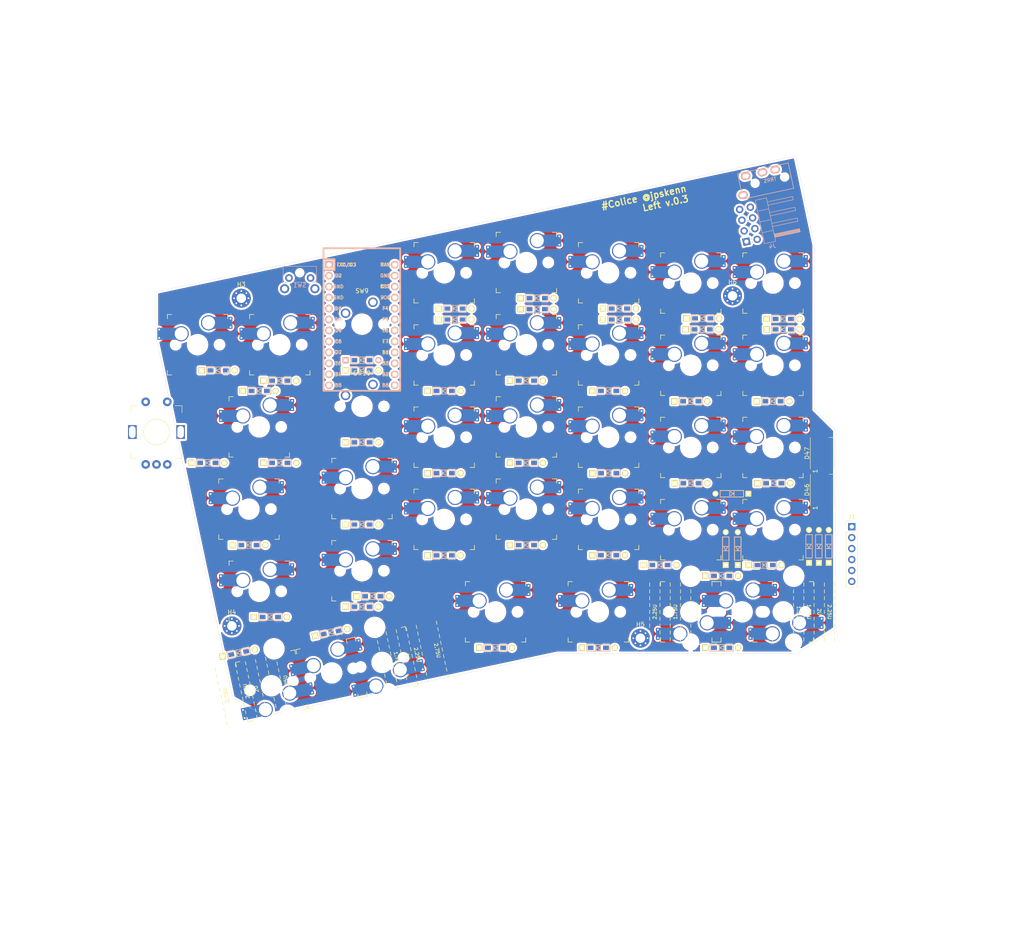
<source format=kicad_pcb>
(kicad_pcb (version 20171130) (host pcbnew "(5.1.5-0-10_14)")
  (layers (0 F.Cu signal) (31 B.Cu signal) (34 B.Paste user) (35 F.Paste user) (36 B.SilkS user) (37 F.SilkS user) (38 B.Mask user) (39 F.Mask user) (44 Edge.Cuts user))
  (net 0 "")
  (net 1 pin6)
  (net 2 pin1)
  (net 3 pin2)
  (net 4 pin3)
  (net 5 pin4)
  (net 6 pin5)
  (net 7 pin7)
  (net 8 "Net-(D8-Pad2)")
  (net 9 "Net-(D9-Pad2)")
  (net 10 "Net-(D11-Pad2)")
  (net 11 "Net-(D12-Pad2)")
  (net 12 pin8)
  (net 13 "Net-(D14-Pad2)")
  (net 14 "Net-(D17-Pad2)")
  (net 15 "Net-(D18-Pad2)")
  (net 16 pin9)
  (net 17 "Net-(D20-Pad2)")
  (net 18 "Net-(D21-Pad2)")
  (net 19 "Net-(D23-Pad2)")
  (net 20 "Net-(D24-Pad2)")
  (net 21 pin10)
  (net 22 "Net-(D26-Pad2)")
  (net 23 "Net-(D27-Pad2)")
  (net 24 "Net-(D29-Pad2)")
  (net 25 "Net-(D30-Pad2)")
  (net 26 "Net-(D32-Pad2)")
  (net 27 "Net-(D33-Pad2)")
  (net 28 "Net-(D35-Pad2)")
  (net 29 "Net-(D36-Pad2)")
  (net 30 "Net-(D38-Pad2)")
  (net 31 "Net-(D41-Pad2)")
  (net 32 "Net-(D42-Pad2)")
  (net 33 "Net-(D44-Pad2)")
  (net 34 "Net-(D45-Pad2)")
  (net 35 "Net-(D46-Pad2)")
  (net 36 data)
  (net 37 led)
  (net 38 GND1)
  (net 39 VCC)
  (net 40 reset)
  (net 41 "Net-(D2-Pad2)")
  (net 42 "Net-(D5-Pad2)")
  (net 43 "Net-(D6-Pad2)")
  (net 44 "Net-(D7-Pad2)")
  (net 45 "Net-(D13-Pad2)")
  (net 46 "Net-(D19-Pad2)")
  (net 47 "Net-(D25-Pad2)")
  (net 48 "Net-(D31-Pad2)")
  (net 49 "Net-(D37-Pad2)")
  (net 50 "Net-(D43-Pad2)")
  (net 51 "Net-(D3-Pad2)")
  (net 52 "Net-(D4-Pad1)")
  (net 53 "Net-(D10-Pad1)")
  (net 54 "Net-(D16-Pad1)")
  (net 55 "Net-(D22-Pad1)")
  (net 56 "Net-(D28-Pad1)")
  (net 57 "Net-(D34-Pad1)")
  (net 58 "Net-(D40-Pad1)")
  (net 59 encS1)
  (net 60 encS2)
  (net 61 encB)
  (net 62 encA)
  (net 63 "Net-(D39-Pad1)")
  (net 64 "Net-(D48-Pad2)")
  (net 65 "Net-(D49-Pad2)")
  (net 66 "Net-(D50-Pad2)")
  (net 67 "Net-(D51-Pad2)")
  (net 68 "Net-(D52-Pad2)")
  (module SMK_SU120:D3_TH_SMD (layer F.Cu) (at 162.306 70.104)
    (fp_text reference D34 hide)
    (fp_text value D hide)
    (pad 1 smd rect (at -1.775 0) (size 1.3 0.95) (layers F.Cu F.Paste F.Mask) (net 57 "Net-(D34-Pad1)"))
    (pad 2 smd rect (at 1.775 0) (size 1.3 0.95) (layers B.Cu B.Paste B.Mask) (net 5 pin4))
    (pad 1 smd rect (at -1.775 0) (size 1.3 0.95) (layers B.Cu B.Paste B.Mask) (net 57 "Net-(D34-Pad1)"))
    (pad 1 thru_hole rect (at -3.81 0) (size 1.397 1.397) (drill 0.8128) (layers *.Cu *.Mask F.SilkS) (net 57 "Net-(D34-Pad1)"))
    (pad 2 thru_hole circle (at 3.81 0) (size 1.397 1.397) (drill 0.8128) (layers *.Cu *.Mask F.SilkS) (net 5 pin4))
    (pad 2 smd rect (at 1.775 0) (size 1.3 0.95) (layers F.Cu F.Paste F.Mask) (net 5 pin4))
  )
  (module SMK_keebio:ArduinoProMicro (layer F.Cu) (at 83.312 71.628 270)
    (fp_text reference U1 hide)
    (fp_text value ProMicro hide)
    (fp_text user D2 (at -11.43 5.461) (layer B.SilkS) (effects (font (size 0.8 0.8)) (justify mirror)))
    (fp_text user D0 (at -1.27 5.461) (layer B.SilkS) (effects (font (size 0.8 0.8)) (justify mirror)))
    (fp_text user D1 (at -3.81 5.461) (layer B.SilkS) (effects (font (size 0.8 0.8)) (justify mirror)))
    (fp_text user GND (at -6.35 5.461) (layer B.SilkS) (effects (font (size 0.8 0.8)) (justify mirror)))
    (fp_text user GND (at -8.89 5.461) (layer B.SilkS) (effects (font (size 0.8 0.8)) (justify mirror)))
    (fp_text user D4 (at 1.27 5.461) (layer B.SilkS) (effects (font (size 0.8 0.8)) (justify mirror)))
    (fp_text user C6 (at 3.81 5.461) (layer B.SilkS) (effects (font (size 0.8 0.8)) (justify mirror)))
    (fp_text user D7 (at 6.35 5.461) (layer B.SilkS) (effects (font (size 0.8 0.8)) (justify mirror)))
    (fp_text user E6 (at 8.89 5.461) (layer B.SilkS) (effects (font (size 0.8 0.8)) (justify mirror)))
    (fp_text user B4 (at 11.43 5.461) (layer B.SilkS) (effects (font (size 0.8 0.8)) (justify mirror)))
    (fp_text user B5 (at 13.97 5.461) (layer B.SilkS) (effects (font (size 0.8 0.8)) (justify mirror)))
    (fp_text user B6 (at 13.97 -5.461) (layer B.SilkS) (effects (font (size 0.8 0.8)) (justify mirror)))
    (fp_text user B2 (at 11.43 -5.461) (layer F.SilkS) (effects (font (size 0.8 0.8))))
    (fp_text user B3 (at 8.89 -5.461) (layer B.SilkS) (effects (font (size 0.8 0.8)) (justify mirror)))
    (fp_text user B1 (at 6.35 -5.461) (layer B.SilkS) (effects (font (size 0.8 0.8)) (justify mirror)))
    (fp_text user F7 (at 3.81 -5.461) (layer F.SilkS) (effects (font (size 0.8 0.8))))
    (fp_text user F6 (at 1.27 -5.461) (layer F.SilkS) (effects (font (size 0.8 0.8))))
    (fp_text user F5 (at -1.27 -5.461) (layer F.SilkS) (effects (font (size 0.8 0.8))))
    (fp_text user F4 (at -3.81 -5.461) (layer B.SilkS) (effects (font (size 0.8 0.8)) (justify mirror)))
    (fp_text user VCC (at -6.35 -5.461) (layer B.SilkS) (effects (font (size 0.8 0.8)) (justify mirror)))
    (fp_text user GND (at -11.43 -5.461) (layer B.SilkS) (effects (font (size 0.8 0.8)) (justify mirror)))
    (fp_text user RAW (at -13.97 -5.461) (layer B.SilkS) (effects (font (size 0.8 0.8)) (justify mirror)))
    (fp_text user RAW (at -13.97 -5.461) (layer F.SilkS) (effects (font (size 0.8 0.8))))
    (fp_text user GND (at -11.43 -5.461) (layer F.SilkS) (effects (font (size 0.8 0.8))))
    (fp_text user ST (at -8.92 -5.73312) (layer F.SilkS) (effects (font (size 0.8 0.8))))
    (fp_text user VCC (at -6.35 -5.461) (layer F.SilkS) (effects (font (size 0.8 0.8))))
    (fp_text user F4 (at -3.81 -5.461) (layer F.SilkS) (effects (font (size 0.8 0.8))))
    (fp_text user F5 (at -1.27 -5.461) (layer B.SilkS) (effects (font (size 0.8 0.8)) (justify mirror)))
    (fp_text user F6 (at 1.27 -5.461) (layer B.SilkS) (effects (font (size 0.8 0.8)) (justify mirror)))
    (fp_text user F7 (at 3.81 -5.461) (layer B.SilkS) (effects (font (size 0.8 0.8)) (justify mirror)))
    (fp_text user B1 (at 6.35 -5.461) (layer F.SilkS) (effects (font (size 0.8 0.8))))
    (fp_text user B3 (at 8.89 -5.461) (layer F.SilkS) (effects (font (size 0.8 0.8))))
    (fp_text user B2 (at 11.43 -5.461) (layer B.SilkS) (effects (font (size 0.8 0.8)) (justify mirror)))
    (fp_text user B6 (at 13.97 -5.461) (layer F.SilkS) (effects (font (size 0.8 0.8))))
    (fp_text user B5 (at 13.97 5.461) (layer F.SilkS) (effects (font (size 0.8 0.8))))
    (fp_text user B4 (at 11.43 5.461) (layer F.SilkS) (effects (font (size 0.8 0.8))))
    (fp_text user E6 (at 8.89 5.461) (layer F.SilkS) (effects (font (size 0.8 0.8))))
    (fp_text user D7 (at 6.35 5.461) (layer F.SilkS) (effects (font (size 0.8 0.8))))
    (fp_text user C6 (at 3.81 5.461) (layer F.SilkS) (effects (font (size 0.8 0.8))))
    (fp_text user D4 (at 1.27 5.461) (layer F.SilkS) (effects (font (size 0.8 0.8))))
    (fp_text user GND (at -8.89 5.461) (layer F.SilkS) (effects (font (size 0.8 0.8))))
    (fp_text user GND (at -6.35 5.461) (layer F.SilkS) (effects (font (size 0.8 0.8))))
    (fp_text user D1 (at -3.81 5.461) (layer F.SilkS) (effects (font (size 0.8 0.8))))
    (fp_text user D0 (at -1.27 5.461) (layer F.SilkS) (effects (font (size 0.8 0.8))))
    (fp_text user D2 (at -11.43 5.461) (layer F.SilkS) (effects (font (size 0.8 0.8))))
    (fp_text user TX0/D3 (at -13.97 3.571872) (layer B.SilkS) (effects (font (size 0.8 0.8)) (justify mirror)))
    (fp_text user TX0/D3 (at -13.97 3.571872) (layer F.SilkS) (effects (font (size 0.8 0.8))))
    (fp_text user ST (at -8.91 -5.04) (layer B.SilkS) (effects (font (size 0.8 0.8)) (justify mirror)))
    (pad 1 thru_hole rect (at -13.97 7.62 270) (size 1.7526 1.7526) (drill 1.0922) (layers *.Cu *.SilkS *.Mask) (net 37 led))
    (pad 2 thru_hole circle (at -11.43 7.62 270) (size 1.7526 1.7526) (drill 1.0922) (layers *.Cu *.SilkS *.Mask) (net 36 data))
    (pad 3 thru_hole circle (at -8.89 7.62 270) (size 1.7526 1.7526) (drill 1.0922) (layers *.Cu *.SilkS *.Mask) (net 38 GND1))
    (pad 4 thru_hole circle (at -6.35 7.62 270) (size 1.7526 1.7526) (drill 1.0922) (layers *.Cu *.SilkS *.Mask) (net 38 GND1))
    (pad 5 thru_hole circle (at -3.81 7.62 270) (size 1.7526 1.7526) (drill 1.0922) (layers *.Cu *.SilkS *.Mask))
    (pad 6 thru_hole circle (at -1.27 7.62 270) (size 1.7526 1.7526) (drill 1.0922) (layers *.Cu *.SilkS *.Mask))
    (pad 7 thru_hole circle (at 1.27 7.62 270) (size 1.7526 1.7526) (drill 1.0922) (layers *.Cu *.SilkS *.Mask))
    (pad 8 thru_hole circle (at 3.81 7.62 270) (size 1.7526 1.7526) (drill 1.0922) (layers *.Cu *.SilkS *.Mask) (net 1 pin6))
    (pad 9 thru_hole circle (at 6.35 7.62 270) (size 1.7526 1.7526) (drill 1.0922) (layers *.Cu *.SilkS *.Mask) (net 7 pin7))
    (pad 10 thru_hole circle (at 8.89 7.62 270) (size 1.7526 1.7526) (drill 1.0922) (layers *.Cu *.SilkS *.Mask) (net 12 pin8))
    (pad 11 thru_hole circle (at 11.43 7.62 270) (size 1.7526 1.7526) (drill 1.0922) (layers *.Cu *.SilkS *.Mask) (net 16 pin9))
    (pad 13 thru_hole circle (at 13.97 -7.62 270) (size 1.7526 1.7526) (drill 1.0922) (layers *.Cu *.SilkS *.Mask) (net 6 pin5))
    (pad 14 thru_hole circle (at 11.43 -7.62 270) (size 1.7526 1.7526) (drill 1.0922) (layers *.Cu *.SilkS *.Mask) (net 5 pin4))
    (pad 15 thru_hole circle (at 8.89 -7.62 270) (size 1.7526 1.7526) (drill 1.0922) (layers *.Cu *.SilkS *.Mask) (net 4 pin3))
    (pad 16 thru_hole circle (at 6.35 -7.62 270) (size 1.7526 1.7526) (drill 1.0922) (layers *.Cu *.SilkS *.Mask) (net 3 pin2))
    (pad 17 thru_hole circle (at 3.81 -7.62 270) (size 1.7526 1.7526) (drill 1.0922) (layers *.Cu *.SilkS *.Mask) (net 2 pin1))
    (pad 18 thru_hole circle (at 1.27 -7.62 270) (size 1.7526 1.7526) (drill 1.0922) (layers *.Cu *.SilkS *.Mask))
    (pad 19 thru_hole circle (at -1.27 -7.62 270) (size 1.7526 1.7526) (drill 1.0922) (layers *.Cu *.SilkS *.Mask) (net 61 encB))
    (pad 20 thru_hole circle (at -3.81 -7.62 270) (size 1.7526 1.7526) (drill 1.0922) (layers *.Cu *.SilkS *.Mask) (net 62 encA))
    (pad 21 thru_hole circle (at -6.35 -7.62 270) (size 1.7526 1.7526) (drill 1.0922) (layers *.Cu *.SilkS *.Mask) (net 39 VCC))
    (pad 22 thru_hole circle (at -8.89 -7.62 270) (size 1.7526 1.7526) (drill 1.0922) (layers *.Cu *.SilkS *.Mask) (net 40 reset))
    (pad 23 thru_hole circle (at -11.43 -7.62 270) (size 1.7526 1.7526) (drill 1.0922) (layers *.Cu *.SilkS *.Mask) (net 38 GND1))
    (pad 12 thru_hole circle (at 13.97 7.62 270) (size 1.7526 1.7526) (drill 1.0922) (layers *.Cu *.SilkS *.Mask) (net 21 pin10))
    (pad 24 thru_hole circle (at -13.97 -7.62 270) (size 1.7526 1.7526) (drill 1.0922) (layers *.Cu *.SilkS *.Mask))
  )
  (module SMK_SU120:D3_TH_SMD (layer F.Cu) (at 180.975 70.231)
    (fp_text reference D40 hide)
    (fp_text value D hide)
    (pad 2 smd rect (at 1.775 0) (size 1.3 0.95) (layers F.Cu F.Paste F.Mask) (net 6 pin5))
    (pad 2 thru_hole circle (at 3.81 0) (size 1.397 1.397) (drill 0.8128) (layers *.Cu *.Mask F.SilkS) (net 6 pin5))
    (pad 1 thru_hole rect (at -3.81 0) (size 1.397 1.397) (drill 0.8128) (layers *.Cu *.Mask F.SilkS) (net 58 "Net-(D40-Pad1)"))
    (pad 1 smd rect (at -1.775 0) (size 1.3 0.95) (layers B.Cu B.Paste B.Mask) (net 58 "Net-(D40-Pad1)"))
    (pad 2 smd rect (at 1.775 0) (size 1.3 0.95) (layers B.Cu B.Paste B.Mask) (net 6 pin5))
    (pad 1 smd rect (at -1.775 0) (size 1.3 0.95) (layers F.Cu F.Paste F.Mask) (net 58 "Net-(D40-Pad1)"))
  )
  (module SMK_SU120:D3_TH_SMD (layer F.Cu) (at 64.29375 103.58481)
    (fp_text reference D6 hide)
    (fp_text value D hide)
    (pad 2 smd rect (at 1.775 0) (size 1.3 0.95) (layers F.Cu F.Paste F.Mask) (net 43 "Net-(D6-Pad2)"))
    (pad 2 thru_hole circle (at 3.81 0) (size 1.397 1.397) (drill 0.8128) (layers *.Cu *.Mask F.SilkS) (net 43 "Net-(D6-Pad2)"))
    (pad 1 thru_hole rect (at -3.81 0) (size 1.397 1.397) (drill 0.8128) (layers *.Cu *.Mask F.SilkS) (net 3 pin2))
    (pad 1 smd rect (at -1.775 0) (size 1.3 0.95) (layers B.Cu B.Paste B.Mask) (net 3 pin2))
    (pad 2 smd rect (at 1.775 0) (size 1.3 0.95) (layers B.Cu B.Paste B.Mask) (net 43 "Net-(D6-Pad2)"))
    (pad 1 smd rect (at -1.775 0) (size 1.3 0.95) (layers F.Cu F.Paste F.Mask) (net 3 pin2))
  )
  (module SMK_foostan:CherryMX_Hotswap_v2 (layer F.Cu) (at 76.336645 152.26705 12)
    (fp_text reference SW8)
    (fp_text value SW_Push)
    (pad 2 smd rect (at 5.842 -5.08 12) (size 4.5 2.8) (layers B.Cu) (net 9 "Net-(D9-Pad2)"))
    (pad 1 smd rect (at -7.085 -2.54 12) (size 4.5 2.8) (layers B.Cu) (net 52 "Net-(D4-Pad1)"))
    (pad 2 thru_hole circle (at 7.62 -4.118 12) (size 0.8 0.8) (drill 0.4) (layers *.Cu) (net 9 "Net-(D9-Pad2)"))
    (pad 1 thru_hole circle (at -8.89 -1.578 12) (size 0.8 0.8) (drill 0.4) (layers *.Cu) (net 52 "Net-(D4-Pad1)"))
    (pad 2 thru_hole circle (at 7.62 -6.042 12) (size 0.8 0.8) (drill 0.4) (layers *.Cu) (net 9 "Net-(D9-Pad2)"))
    (pad 1 thru_hole circle (at -8.89 -3.502 12) (size 0.8 0.8) (drill 0.4) (layers *.Cu) (net 52 "Net-(D4-Pad1)"))
    (pad 2 smd rect (at 5.815 -5.08 12) (size 2.55 2.8) (layers B.Cu B.Paste B.Mask) (net 9 "Net-(D9-Pad2)"))
    (pad 1 smd rect (at -7.084999 -2.54 12) (size 2.55 2.8) (layers B.Cu B.Paste B.Mask) (net 52 "Net-(D4-Pad1)"))
    (pad "" np_thru_hole circle (at 5.08 0 60.0996) (size 1.75 1.75) (drill 1.75) (layers *.Cu *.Mask))
    (pad "" np_thru_hole circle (at -5.08 0 60.0996) (size 1.75 1.75) (drill 1.75) (layers *.Cu *.Mask))
    (pad 1 thru_hole circle (at -3.81 -2.54 12) (size 3.5 3.5) (drill 3) (layers *.Cu) (net 52 "Net-(D4-Pad1)"))
    (pad "" np_thru_hole circle (at 0 0 12) (size 3.9878 3.9878) (drill 3.9878) (layers *.Cu *.Mask))
    (pad 2 thru_hole circle (at 2.54 -5.08 12) (size 3.5 3.5) (drill 3) (layers *.Cu) (net 9 "Net-(D9-Pad2)"))
  )
  (module SMK_SU120:CherryMX_MidHeight_Choc_Hotswap_2.75U_Outline (layer F.Cu) (at 76.336645 152.26705 192)
    (fp_text reference H2 hide)
    (fp_text value MountingHole hide)
    (fp_text user 1.25U (at 10.715625 0 102 unlocked) (layer F.SilkS) (effects (font (size 0.8 0.8))))
    (fp_text user 1.75U (at 15.478125 0 102 unlocked) (layer F.SilkS) (effects (font (size 0.8 0.8))))
    (fp_text user 1.5U (at 13.096875 0 102 unlocked) (layer F.SilkS) (effects (font (size 0.8 0.8))))
    (fp_text user 2U (at 17.859375 0 102 unlocked) (layer F.SilkS) (effects (font (size 0.8 0.8))))
    (fp_text user 2.25U (at 20.240625 0 102 unlocked) (layer F.SilkS) (effects (font (size 0.8 0.8))))
    (fp_text user 2.75U (at 25.003125 0 102 unlocked) (layer F.SilkS) (effects (font (size 0.8 0.8))))
    (fp_text user 1.25U (at -10.715625 0 282 unlocked) (layer F.SilkS) (effects (font (size 0.8 0.8))))
    (fp_text user 1.5U (at -13.096875 0 282 unlocked) (layer F.SilkS) (effects (font (size 0.8 0.8))))
    (fp_text user 1.75U (at -15.478125 0 282 unlocked) (layer F.SilkS) (effects (font (size 0.8 0.8))))
    (fp_text user 2U (at -17.859375 0 282 unlocked) (layer F.SilkS) (effects (font (size 0.8 0.8))))
    (fp_text user 2.25U (at -20.240625 0 282 unlocked) (layer F.SilkS) (effects (font (size 0.8 0.8))))
    (fp_text user 2.75U (at -25.003125 0 282 unlocked) (layer F.SilkS) (effects (font (size 0.8 0.8))))
    (pad "" np_thru_hole circle (at -11.938 -6.985 192) (size 3.048 3.048) (drill 3.048) (layers *.Cu *.Mask))
    (pad "" np_thru_hole circle (at 11.938 -6.985 192) (size 3.048 3.048) (drill 3.048) (layers *.Cu *.Mask))
    (pad "" np_thru_hole circle (at -11.938 8.255 192) (size 3.9878 3.9878) (drill 3.9878) (layers *.Cu *.Mask))
    (pad "" np_thru_hole circle (at 11.938 8.255 192) (size 3.9878 3.9878) (drill 3.9878) (layers *.Cu *.Mask))
  )
  (module SMK_SU120:D3_TH_SMD (layer F.Cu) (at 104.902 67.818)
    (fp_text reference D16 hide)
    (fp_text value D hide)
    (pad 2 smd rect (at 1.775 0) (size 1.3 0.95) (layers F.Cu F.Paste F.Mask) (net 2 pin1))
    (pad 2 thru_hole circle (at 3.81 0) (size 1.397 1.397) (drill 0.8128) (layers *.Cu *.Mask F.SilkS) (net 2 pin1))
    (pad 1 thru_hole rect (at -3.81 0) (size 1.397 1.397) (drill 0.8128) (layers *.Cu *.Mask F.SilkS) (net 54 "Net-(D16-Pad1)"))
    (pad 1 smd rect (at -1.775 0) (size 1.3 0.95) (layers B.Cu B.Paste B.Mask) (net 54 "Net-(D16-Pad1)"))
    (pad 2 smd rect (at 1.775 0) (size 1.3 0.95) (layers B.Cu B.Paste B.Mask) (net 2 pin1))
    (pad 1 smd rect (at -1.775 0) (size 1.3 0.95) (layers F.Cu F.Paste F.Mask) (net 54 "Net-(D16-Pad1)"))
  )
  (module SMK_SU120:D3_TH_SMD (layer F.Cu) (at 83.34375 82.15347)
    (fp_text reference D11 hide)
    (fp_text value D hide)
    (pad 2 smd rect (at 1.775 0) (size 1.3 0.95) (layers F.Cu F.Paste F.Mask) (net 10 "Net-(D11-Pad2)"))
    (pad 2 thru_hole circle (at 3.81 0) (size 1.397 1.397) (drill 0.8128) (layers *.Cu *.Mask F.SilkS) (net 10 "Net-(D11-Pad2)"))
    (pad 1 thru_hole rect (at -3.81 0) (size 1.397 1.397) (drill 0.8128) (layers *.Cu *.Mask F.SilkS) (net 2 pin1))
    (pad 1 smd rect (at -1.775 0) (size 1.3 0.95) (layers B.Cu B.Paste B.Mask) (net 2 pin1))
    (pad 2 smd rect (at 1.775 0) (size 1.3 0.95) (layers B.Cu B.Paste B.Mask) (net 10 "Net-(D11-Pad2)"))
    (pad 1 smd rect (at -1.775 0) (size 1.3 0.95) (layers F.Cu F.Paste F.Mask) (net 2 pin1))
  )
  (module SMK_foostan:CherryMX_Hotswap_v2 (layer F.Cu) (at 45.24375 76.20032)
    (fp_text reference SW2)
    (fp_text value SW_Push)
    (pad 2 thru_hole circle (at 2.54 -5.08) (size 3.5 3.5) (drill 3) (layers *.Cu) (net 41 "Net-(D2-Pad2)"))
    (pad "" np_thru_hole circle (at 0 0) (size 3.9878 3.9878) (drill 3.9878) (layers *.Cu *.Mask))
    (pad 1 thru_hole circle (at -3.81 -2.54) (size 3.5 3.5) (drill 3) (layers *.Cu) (net 59 encS1))
    (pad "" np_thru_hole circle (at -5.08 0 48.0996) (size 1.75 1.75) (drill 1.75) (layers *.Cu *.Mask))
    (pad "" np_thru_hole circle (at 5.08 0 48.0996) (size 1.75 1.75) (drill 1.75) (layers *.Cu *.Mask))
    (pad 1 smd rect (at -7.085 -2.54) (size 2.55 2.8) (layers B.Cu B.Paste B.Mask) (net 59 encS1))
    (pad 2 smd rect (at 5.815 -5.08) (size 2.55 2.8) (layers B.Cu B.Paste B.Mask) (net 41 "Net-(D2-Pad2)"))
    (pad 1 thru_hole circle (at -8.89 -3.502) (size 0.8 0.8) (drill 0.4) (layers *.Cu) (net 59 encS1))
    (pad 2 thru_hole circle (at 7.62 -6.042) (size 0.8 0.8) (drill 0.4) (layers *.Cu) (net 41 "Net-(D2-Pad2)"))
    (pad 1 thru_hole circle (at -8.89 -1.578) (size 0.8 0.8) (drill 0.4) (layers *.Cu) (net 59 encS1))
    (pad 2 thru_hole circle (at 7.62 -4.118) (size 0.8 0.8) (drill 0.4) (layers *.Cu) (net 41 "Net-(D2-Pad2)"))
    (pad 1 smd rect (at -7.085 -2.54) (size 4.5 2.8) (layers B.Cu) (net 59 encS1))
    (pad 2 smd rect (at 5.842 -5.08) (size 4.5 2.8) (layers B.Cu) (net 41 "Net-(D2-Pad2)"))
  )
  (module SMK_SU120:D3_TH_SMD (layer F.Cu) (at 50.00625 82.15347)
    (fp_text reference D1 hide)
    (fp_text value D hide)
    (pad 2 smd rect (at 1.775 0) (size 1.3 0.95) (layers F.Cu F.Paste F.Mask) (net 12 pin8))
    (pad 2 thru_hole circle (at 3.81 0) (size 1.397 1.397) (drill 0.8128) (layers *.Cu *.Mask F.SilkS) (net 12 pin8))
    (pad 1 thru_hole rect (at -3.81 0) (size 1.397 1.397) (drill 0.8128) (layers *.Cu *.Mask F.SilkS) (net 59 encS1))
    (pad 1 smd rect (at -1.775 0) (size 1.3 0.95) (layers B.Cu B.Paste B.Mask) (net 59 encS1))
    (pad 2 smd rect (at 1.775 0) (size 1.3 0.95) (layers B.Cu B.Paste B.Mask) (net 12 pin8))
    (pad 1 smd rect (at -1.775 0) (size 1.3 0.95) (layers F.Cu F.Paste F.Mask) (net 59 encS1))
  )
  (module SMK_SU120:D3_TH_SMD (layer F.Cu) (at 83.34375 136.92245)
    (fp_text reference D2 hide)
    (fp_text value D hide)
    (pad 2 smd rect (at 1.775 0) (size 1.3 0.95) (layers F.Cu F.Paste F.Mask) (net 41 "Net-(D2-Pad2)"))
    (pad 2 thru_hole circle (at 3.81 0) (size 1.397 1.397) (drill 0.8128) (layers *.Cu *.Mask F.SilkS) (net 41 "Net-(D2-Pad2)"))
    (pad 1 thru_hole rect (at -3.81 0) (size 1.397 1.397) (drill 0.8128) (layers *.Cu *.Mask F.SilkS) (net 2 pin1))
    (pad 1 smd rect (at -1.775 0) (size 1.3 0.95) (layers B.Cu B.Paste B.Mask) (net 2 pin1))
    (pad 2 smd rect (at 1.775 0) (size 1.3 0.95) (layers B.Cu B.Paste B.Mask) (net 41 "Net-(D2-Pad2)"))
    (pad 1 smd rect (at -1.775 0) (size 1.3 0.95) (layers F.Cu F.Paste F.Mask) (net 2 pin1))
  )
  (module SMK_SU120:D3_TH_SMD (layer F.Cu) (at 64.29375 84.53473)
    (fp_text reference D4 hide)
    (fp_text value D hide)
    (pad 1 smd rect (at -1.775 0) (size 1.3 0.95) (layers F.Cu F.Paste F.Mask) (net 52 "Net-(D4-Pad1)"))
    (pad 2 smd rect (at 1.775 0) (size 1.3 0.95) (layers B.Cu B.Paste B.Mask) (net 16 pin9))
    (pad 1 smd rect (at -1.775 0) (size 1.3 0.95) (layers B.Cu B.Paste B.Mask) (net 52 "Net-(D4-Pad1)"))
    (pad 1 thru_hole rect (at -3.81 0) (size 1.397 1.397) (drill 0.8128) (layers *.Cu *.Mask F.SilkS) (net 52 "Net-(D4-Pad1)"))
    (pad 2 thru_hole circle (at 3.81 0) (size 1.397 1.397) (drill 0.8128) (layers *.Cu *.Mask F.SilkS) (net 16 pin9))
    (pad 2 smd rect (at 1.775 0) (size 1.3 0.95) (layers F.Cu F.Paste F.Mask) (net 16 pin9))
  )
  (module SMK_SU120:D3_TH_SMD (layer F.Cu) (at 59.53125 86.91599)
    (fp_text reference D5 hide)
    (fp_text value D hide)
    (pad 2 smd rect (at 1.775 0) (size 1.3 0.95) (layers F.Cu F.Paste F.Mask) (net 42 "Net-(D5-Pad2)"))
    (pad 2 thru_hole circle (at 3.81 0) (size 1.397 1.397) (drill 0.8128) (layers *.Cu *.Mask F.SilkS) (net 42 "Net-(D5-Pad2)"))
    (pad 1 thru_hole rect (at -3.81 0) (size 1.397 1.397) (drill 0.8128) (layers *.Cu *.Mask F.SilkS) (net 2 pin1))
    (pad 1 smd rect (at -1.775 0) (size 1.3 0.95) (layers B.Cu B.Paste B.Mask) (net 2 pin1))
    (pad 2 smd rect (at 1.775 0) (size 1.3 0.95) (layers B.Cu B.Paste B.Mask) (net 42 "Net-(D5-Pad2)"))
    (pad 1 smd rect (at -1.775 0) (size 1.3 0.95) (layers F.Cu F.Paste F.Mask) (net 2 pin1))
  )
  (module SMK_SU120:D3_TH_SMD (layer F.Cu) (at 57.15 122.63489)
    (fp_text reference D7 hide)
    (fp_text value D hide)
    (pad 2 smd rect (at 1.775 0) (size 1.3 0.95) (layers F.Cu F.Paste F.Mask) (net 44 "Net-(D7-Pad2)"))
    (pad 2 thru_hole circle (at 3.81 0) (size 1.397 1.397) (drill 0.8128) (layers *.Cu *.Mask F.SilkS) (net 44 "Net-(D7-Pad2)"))
    (pad 1 thru_hole rect (at -3.81 0) (size 1.397 1.397) (drill 0.8128) (layers *.Cu *.Mask F.SilkS) (net 4 pin3))
    (pad 1 smd rect (at -1.775 0) (size 1.3 0.95) (layers B.Cu B.Paste B.Mask) (net 4 pin3))
    (pad 2 smd rect (at 1.775 0) (size 1.3 0.95) (layers B.Cu B.Paste B.Mask) (net 44 "Net-(D7-Pad2)"))
    (pad 1 smd rect (at -1.775 0) (size 1.3 0.95) (layers F.Cu F.Paste F.Mask) (net 4 pin3))
  )
  (module SMK_SU120:D3_TH_SMD (layer F.Cu) (at 62.103 139.303709)
    (fp_text reference D8 hide)
    (fp_text value D hide)
    (pad 2 smd rect (at 1.775 0) (size 1.3 0.95) (layers F.Cu F.Paste F.Mask) (net 8 "Net-(D8-Pad2)"))
    (pad 2 thru_hole circle (at 3.81 0) (size 1.397 1.397) (drill 0.8128) (layers *.Cu *.Mask F.SilkS) (net 8 "Net-(D8-Pad2)"))
    (pad 1 thru_hole rect (at -3.81 0) (size 1.397 1.397) (drill 0.8128) (layers *.Cu *.Mask F.SilkS) (net 5 pin4))
    (pad 1 smd rect (at -1.775 0) (size 1.3 0.95) (layers B.Cu B.Paste B.Mask) (net 5 pin4))
    (pad 2 smd rect (at 1.775 0) (size 1.3 0.95) (layers B.Cu B.Paste B.Mask) (net 8 "Net-(D8-Pad2)"))
    (pad 1 smd rect (at -1.775 0) (size 1.3 0.95) (layers F.Cu F.Paste F.Mask) (net 5 pin4))
  )
  (module SMK_SU120:D3_TH_SMD (layer F.Cu) (at 76.2 142.8756 12)
    (fp_text reference D9 hide)
    (fp_text value D hide)
    (pad 2 smd rect (at 1.775 0 12) (size 1.3 0.95) (layers F.Cu F.Paste F.Mask) (net 9 "Net-(D9-Pad2)"))
    (pad 2 thru_hole circle (at 3.81 0 12) (size 1.397 1.397) (drill 0.8128) (layers *.Cu *.Mask F.SilkS) (net 9 "Net-(D9-Pad2)"))
    (pad 1 thru_hole rect (at -3.81 0 12) (size 1.397 1.397) (drill 0.8128) (layers *.Cu *.Mask F.SilkS) (net 6 pin5))
    (pad 1 smd rect (at -1.775 0 12) (size 1.3 0.95) (layers B.Cu B.Paste B.Mask) (net 6 pin5))
    (pad 2 smd rect (at 1.775 0 12) (size 1.3 0.95) (layers B.Cu B.Paste B.Mask) (net 9 "Net-(D9-Pad2)"))
    (pad 1 smd rect (at -1.775 0 12) (size 1.3 0.95) (layers F.Cu F.Paste F.Mask) (net 6 pin5))
  )
  (module SMK_SU120:D3_TH_SMD (layer B.Cu) (at 83.34375 79.77221)
    (fp_text reference D10 hide)
    (fp_text value D hide)
    (pad 2 smd rect (at 1.775 0) (size 1.3 0.95) (layers B.Cu B.Paste B.Mask) (net 21 pin10))
    (pad 2 thru_hole circle (at 3.81 0) (size 1.397 1.397) (drill 0.8128) (layers *.Cu *.Mask B.SilkS) (net 21 pin10))
    (pad 1 thru_hole rect (at -3.81 0) (size 1.397 1.397) (drill 0.8128) (layers *.Cu *.Mask B.SilkS) (net 53 "Net-(D10-Pad1)"))
    (pad 1 smd rect (at -1.775 0) (size 1.3 0.95) (layers F.Cu F.Paste F.Mask) (net 53 "Net-(D10-Pad1)"))
    (pad 2 smd rect (at 1.775 0) (size 1.3 0.95) (layers F.Cu F.Paste F.Mask) (net 21 pin10))
    (pad 1 smd rect (at -1.775 0) (size 1.3 0.95) (layers B.Cu B.Paste B.Mask) (net 53 "Net-(D10-Pad1)"))
  )
  (module SMK_SU120:D3_TH_SMD (layer F.Cu) (at 83.34375 98.82229)
    (fp_text reference D12 hide)
    (fp_text value D hide)
    (pad 2 smd rect (at 1.775 0) (size 1.3 0.95) (layers F.Cu F.Paste F.Mask) (net 11 "Net-(D12-Pad2)"))
    (pad 2 thru_hole circle (at 3.81 0) (size 1.397 1.397) (drill 0.8128) (layers *.Cu *.Mask F.SilkS) (net 11 "Net-(D12-Pad2)"))
    (pad 1 thru_hole rect (at -3.81 0) (size 1.397 1.397) (drill 0.8128) (layers *.Cu *.Mask F.SilkS) (net 3 pin2))
    (pad 1 smd rect (at -1.775 0) (size 1.3 0.95) (layers B.Cu B.Paste B.Mask) (net 3 pin2))
    (pad 2 smd rect (at 1.775 0) (size 1.3 0.95) (layers B.Cu B.Paste B.Mask) (net 11 "Net-(D12-Pad2)"))
    (pad 1 smd rect (at -1.775 0) (size 1.3 0.95) (layers F.Cu F.Paste F.Mask) (net 3 pin2))
  )
  (module SMK_SU120:D3_TH_SMD (layer F.Cu) (at 83.34375 117.87237)
    (fp_text reference D13 hide)
    (fp_text value D hide)
    (pad 2 smd rect (at 1.775 0) (size 1.3 0.95) (layers F.Cu F.Paste F.Mask) (net 45 "Net-(D13-Pad2)"))
    (pad 2 thru_hole circle (at 3.81 0) (size 1.397 1.397) (drill 0.8128) (layers *.Cu *.Mask F.SilkS) (net 45 "Net-(D13-Pad2)"))
    (pad 1 thru_hole rect (at -3.81 0) (size 1.397 1.397) (drill 0.8128) (layers *.Cu *.Mask F.SilkS) (net 4 pin3))
    (pad 1 smd rect (at -1.775 0) (size 1.3 0.95) (layers B.Cu B.Paste B.Mask) (net 4 pin3))
    (pad 2 smd rect (at 1.775 0) (size 1.3 0.95) (layers B.Cu B.Paste B.Mask) (net 45 "Net-(D13-Pad2)"))
    (pad 1 smd rect (at -1.775 0) (size 1.3 0.95) (layers F.Cu F.Paste F.Mask) (net 4 pin3))
  )
  (module SMK_SU120:D3_TH_SMD (layer F.Cu) (at 85.852 134.493)
    (fp_text reference D14 hide)
    (fp_text value D hide)
    (pad 2 smd rect (at 1.775 0) (size 1.3 0.95) (layers F.Cu F.Paste F.Mask) (net 13 "Net-(D14-Pad2)"))
    (pad 2 thru_hole circle (at 3.81 0) (size 1.397 1.397) (drill 0.8128) (layers *.Cu *.Mask F.SilkS) (net 13 "Net-(D14-Pad2)"))
    (pad 1 thru_hole rect (at -3.81 0) (size 1.397 1.397) (drill 0.8128) (layers *.Cu *.Mask F.SilkS) (net 5 pin4))
    (pad 1 smd rect (at -1.775 0) (size 1.3 0.95) (layers B.Cu B.Paste B.Mask) (net 5 pin4))
    (pad 2 smd rect (at 1.775 0) (size 1.3 0.95) (layers B.Cu B.Paste B.Mask) (net 13 "Net-(D14-Pad2)"))
    (pad 1 smd rect (at -1.775 0) (size 1.3 0.95) (layers F.Cu F.Paste F.Mask) (net 5 pin4))
  )
  (module SMK_SU120:D3_TH_SMD (layer F.Cu) (at 104.902 70.358)
    (fp_text reference D17 hide)
    (fp_text value D hide)
    (pad 2 smd rect (at 1.775 0) (size 1.3 0.95) (layers F.Cu F.Paste F.Mask) (net 14 "Net-(D17-Pad2)"))
    (pad 2 thru_hole circle (at 3.81 0) (size 1.397 1.397) (drill 0.8128) (layers *.Cu *.Mask F.SilkS) (net 14 "Net-(D17-Pad2)"))
    (pad 1 thru_hole rect (at -3.81 0) (size 1.397 1.397) (drill 0.8128) (layers *.Cu *.Mask F.SilkS) (net 1 pin6))
    (pad 1 smd rect (at -1.775 0) (size 1.3 0.95) (layers B.Cu B.Paste B.Mask) (net 1 pin6))
    (pad 2 smd rect (at 1.775 0) (size 1.3 0.95) (layers B.Cu B.Paste B.Mask) (net 14 "Net-(D17-Pad2)"))
    (pad 1 smd rect (at -1.775 0) (size 1.3 0.95) (layers F.Cu F.Paste F.Mask) (net 1 pin6))
  )
  (module SMK_SU120:D3_TH_SMD (layer F.Cu) (at 102.39375 86.91599)
    (fp_text reference D18 hide)
    (fp_text value D hide)
    (pad 2 smd rect (at 1.775 0) (size 1.3 0.95) (layers F.Cu F.Paste F.Mask) (net 15 "Net-(D18-Pad2)"))
    (pad 2 thru_hole circle (at 3.81 0) (size 1.397 1.397) (drill 0.8128) (layers *.Cu *.Mask F.SilkS) (net 15 "Net-(D18-Pad2)"))
    (pad 1 thru_hole rect (at -3.81 0) (size 1.397 1.397) (drill 0.8128) (layers *.Cu *.Mask F.SilkS) (net 7 pin7))
    (pad 1 smd rect (at -1.775 0) (size 1.3 0.95) (layers B.Cu B.Paste B.Mask) (net 7 pin7))
    (pad 2 smd rect (at 1.775 0) (size 1.3 0.95) (layers B.Cu B.Paste B.Mask) (net 15 "Net-(D18-Pad2)"))
    (pad 1 smd rect (at -1.775 0) (size 1.3 0.95) (layers F.Cu F.Paste F.Mask) (net 7 pin7))
  )
  (module SMK_SU120:D3_TH_SMD (layer F.Cu) (at 102.39375 105.96607)
    (fp_text reference D19 hide)
    (fp_text value D hide)
    (pad 2 smd rect (at 1.775 0) (size 1.3 0.95) (layers F.Cu F.Paste F.Mask) (net 46 "Net-(D19-Pad2)"))
    (pad 2 thru_hole circle (at 3.81 0) (size 1.397 1.397) (drill 0.8128) (layers *.Cu *.Mask F.SilkS) (net 46 "Net-(D19-Pad2)"))
    (pad 1 thru_hole rect (at -3.81 0) (size 1.397 1.397) (drill 0.8128) (layers *.Cu *.Mask F.SilkS) (net 12 pin8))
    (pad 1 smd rect (at -1.775 0) (size 1.3 0.95) (layers B.Cu B.Paste B.Mask) (net 12 pin8))
    (pad 2 smd rect (at 1.775 0) (size 1.3 0.95) (layers B.Cu B.Paste B.Mask) (net 46 "Net-(D19-Pad2)"))
    (pad 1 smd rect (at -1.775 0) (size 1.3 0.95) (layers F.Cu F.Paste F.Mask) (net 12 pin8))
  )
  (module SMK_SU120:D3_TH_SMD (layer F.Cu) (at 102.39375 125.01615)
    (fp_text reference D20 hide)
    (fp_text value D hide)
    (pad 2 smd rect (at 1.775 0) (size 1.3 0.95) (layers F.Cu F.Paste F.Mask) (net 17 "Net-(D20-Pad2)"))
    (pad 2 thru_hole circle (at 3.81 0) (size 1.397 1.397) (drill 0.8128) (layers *.Cu *.Mask F.SilkS) (net 17 "Net-(D20-Pad2)"))
    (pad 1 thru_hole rect (at -3.81 0) (size 1.397 1.397) (drill 0.8128) (layers *.Cu *.Mask F.SilkS) (net 16 pin9))
    (pad 1 smd rect (at -1.775 0) (size 1.3 0.95) (layers B.Cu B.Paste B.Mask) (net 16 pin9))
    (pad 2 smd rect (at 1.775 0) (size 1.3 0.95) (layers B.Cu B.Paste B.Mask) (net 17 "Net-(D20-Pad2)"))
    (pad 1 smd rect (at -1.775 0) (size 1.3 0.95) (layers F.Cu F.Paste F.Mask) (net 16 pin9))
  )
  (module SMK_SU120:D3_TH_SMD (layer F.Cu) (at 114.3 146.44749)
    (fp_text reference D21 hide)
    (fp_text value D hide)
    (pad 2 smd rect (at 1.775 0) (size 1.3 0.95) (layers F.Cu F.Paste F.Mask) (net 18 "Net-(D21-Pad2)"))
    (pad 2 thru_hole circle (at 3.81 0) (size 1.397 1.397) (drill 0.8128) (layers *.Cu *.Mask F.SilkS) (net 18 "Net-(D21-Pad2)"))
    (pad 1 thru_hole rect (at -3.81 0) (size 1.397 1.397) (drill 0.8128) (layers *.Cu *.Mask F.SilkS) (net 21 pin10))
    (pad 1 smd rect (at -1.775 0) (size 1.3 0.95) (layers B.Cu B.Paste B.Mask) (net 21 pin10))
    (pad 2 smd rect (at 1.775 0) (size 1.3 0.95) (layers B.Cu B.Paste B.Mask) (net 18 "Net-(D21-Pad2)"))
    (pad 1 smd rect (at -1.775 0) (size 1.3 0.95) (layers F.Cu F.Paste F.Mask) (net 21 pin10))
  )
  (module SMK_SU120:D3_TH_SMD (layer F.Cu) (at 123.952 65.405)
    (fp_text reference D22 hide)
    (fp_text value D hide)
    (pad 1 smd rect (at -1.775 0) (size 1.3 0.95) (layers F.Cu F.Paste F.Mask) (net 55 "Net-(D22-Pad1)"))
    (pad 2 smd rect (at 1.775 0) (size 1.3 0.95) (layers B.Cu B.Paste B.Mask) (net 3 pin2))
    (pad 1 smd rect (at -1.775 0) (size 1.3 0.95) (layers B.Cu B.Paste B.Mask) (net 55 "Net-(D22-Pad1)"))
    (pad 1 thru_hole rect (at -3.81 0) (size 1.397 1.397) (drill 0.8128) (layers *.Cu *.Mask F.SilkS) (net 55 "Net-(D22-Pad1)"))
    (pad 2 thru_hole circle (at 3.81 0) (size 1.397 1.397) (drill 0.8128) (layers *.Cu *.Mask F.SilkS) (net 3 pin2))
    (pad 2 smd rect (at 1.775 0) (size 1.3 0.95) (layers F.Cu F.Paste F.Mask) (net 3 pin2))
  )
  (module SMK_SU120:D3_TH_SMD (layer F.Cu) (at 123.952 67.945)
    (fp_text reference D23 hide)
    (fp_text value D hide)
    (pad 2 smd rect (at 1.775 0) (size 1.3 0.95) (layers F.Cu F.Paste F.Mask) (net 19 "Net-(D23-Pad2)"))
    (pad 2 thru_hole circle (at 3.81 0) (size 1.397 1.397) (drill 0.8128) (layers *.Cu *.Mask F.SilkS) (net 19 "Net-(D23-Pad2)"))
    (pad 1 thru_hole rect (at -3.81 0) (size 1.397 1.397) (drill 0.8128) (layers *.Cu *.Mask F.SilkS) (net 1 pin6))
    (pad 1 smd rect (at -1.775 0) (size 1.3 0.95) (layers B.Cu B.Paste B.Mask) (net 1 pin6))
    (pad 2 smd rect (at 1.775 0) (size 1.3 0.95) (layers B.Cu B.Paste B.Mask) (net 19 "Net-(D23-Pad2)"))
    (pad 1 smd rect (at -1.775 0) (size 1.3 0.95) (layers F.Cu F.Paste F.Mask) (net 1 pin6))
  )
  (module SMK_SU120:D3_TH_SMD (layer F.Cu) (at 121.44375 84.53473)
    (fp_text reference D24 hide)
    (fp_text value D hide)
    (pad 2 smd rect (at 1.775 0) (size 1.3 0.95) (layers F.Cu F.Paste F.Mask) (net 20 "Net-(D24-Pad2)"))
    (pad 2 thru_hole circle (at 3.81 0) (size 1.397 1.397) (drill 0.8128) (layers *.Cu *.Mask F.SilkS) (net 20 "Net-(D24-Pad2)"))
    (pad 1 thru_hole rect (at -3.81 0) (size 1.397 1.397) (drill 0.8128) (layers *.Cu *.Mask F.SilkS) (net 7 pin7))
    (pad 1 smd rect (at -1.775 0) (size 1.3 0.95) (layers B.Cu B.Paste B.Mask) (net 7 pin7))
    (pad 2 smd rect (at 1.775 0) (size 1.3 0.95) (layers B.Cu B.Paste B.Mask) (net 20 "Net-(D24-Pad2)"))
    (pad 1 smd rect (at -1.775 0) (size 1.3 0.95) (layers F.Cu F.Paste F.Mask) (net 7 pin7))
  )
  (module SMK_SU120:D3_TH_SMD (layer F.Cu) (at 121.44375 103.58481)
    (fp_text reference D25 hide)
    (fp_text value D hide)
    (pad 2 smd rect (at 1.775 0) (size 1.3 0.95) (layers F.Cu F.Paste F.Mask) (net 47 "Net-(D25-Pad2)"))
    (pad 2 thru_hole circle (at 3.81 0) (size 1.397 1.397) (drill 0.8128) (layers *.Cu *.Mask F.SilkS) (net 47 "Net-(D25-Pad2)"))
    (pad 1 thru_hole rect (at -3.81 0) (size 1.397 1.397) (drill 0.8128) (layers *.Cu *.Mask F.SilkS) (net 12 pin8))
    (pad 1 smd rect (at -1.775 0) (size 1.3 0.95) (layers B.Cu B.Paste B.Mask) (net 12 pin8))
    (pad 2 smd rect (at 1.775 0) (size 1.3 0.95) (layers B.Cu B.Paste B.Mask) (net 47 "Net-(D25-Pad2)"))
    (pad 1 smd rect (at -1.775 0) (size 1.3 0.95) (layers F.Cu F.Paste F.Mask) (net 12 pin8))
  )
  (module SMK_SU120:D3_TH_SMD (layer F.Cu) (at 121.44375 122.63489)
    (fp_text reference D26 hide)
    (fp_text value D hide)
    (pad 2 smd rect (at 1.775 0) (size 1.3 0.95) (layers F.Cu F.Paste F.Mask) (net 22 "Net-(D26-Pad2)"))
    (pad 2 thru_hole circle (at 3.81 0) (size 1.397 1.397) (drill 0.8128) (layers *.Cu *.Mask F.SilkS) (net 22 "Net-(D26-Pad2)"))
    (pad 1 thru_hole rect (at -3.81 0) (size 1.397 1.397) (drill 0.8128) (layers *.Cu *.Mask F.SilkS) (net 16 pin9))
    (pad 1 smd rect (at -1.775 0) (size 1.3 0.95) (layers B.Cu B.Paste B.Mask) (net 16 pin9))
    (pad 2 smd rect (at 1.775 0) (size 1.3 0.95) (layers B.Cu B.Paste B.Mask) (net 22 "Net-(D26-Pad2)"))
    (pad 1 smd rect (at -1.775 0) (size 1.3 0.95) (layers F.Cu F.Paste F.Mask) (net 16 pin9))
  )
  (module SMK_SU120:D3_TH_SMD (layer F.Cu) (at 138.1125 146.44749)
    (fp_text reference D27 hide)
    (fp_text value D hide)
    (pad 2 smd rect (at 1.775 0) (size 1.3 0.95) (layers F.Cu F.Paste F.Mask) (net 23 "Net-(D27-Pad2)"))
    (pad 2 thru_hole circle (at 3.81 0) (size 1.397 1.397) (drill 0.8128) (layers *.Cu *.Mask F.SilkS) (net 23 "Net-(D27-Pad2)"))
    (pad 1 thru_hole rect (at -3.81 0) (size 1.397 1.397) (drill 0.8128) (layers *.Cu *.Mask F.SilkS) (net 21 pin10))
    (pad 1 smd rect (at -1.775 0) (size 1.3 0.95) (layers B.Cu B.Paste B.Mask) (net 21 pin10))
    (pad 2 smd rect (at 1.775 0) (size 1.3 0.95) (layers B.Cu B.Paste B.Mask) (net 23 "Net-(D27-Pad2)"))
    (pad 1 smd rect (at -1.775 0) (size 1.3 0.95) (layers F.Cu F.Paste F.Mask) (net 21 pin10))
  )
  (module SMK_SU120:D3_TH_SMD (layer F.Cu) (at 143.002 67.818)
    (fp_text reference D28 hide)
    (fp_text value D hide)
    (pad 2 smd rect (at 1.775 0) (size 1.3 0.95) (layers F.Cu F.Paste F.Mask) (net 4 pin3))
    (pad 2 thru_hole circle (at 3.81 0) (size 1.397 1.397) (drill 0.8128) (layers *.Cu *.Mask F.SilkS) (net 4 pin3))
    (pad 1 thru_hole rect (at -3.81 0) (size 1.397 1.397) (drill 0.8128) (layers *.Cu *.Mask F.SilkS) (net 56 "Net-(D28-Pad1)"))
    (pad 1 smd rect (at -1.775 0) (size 1.3 0.95) (layers B.Cu B.Paste B.Mask) (net 56 "Net-(D28-Pad1)"))
    (pad 2 smd rect (at 1.775 0) (size 1.3 0.95) (layers B.Cu B.Paste B.Mask) (net 4 pin3))
    (pad 1 smd rect (at -1.775 0) (size 1.3 0.95) (layers F.Cu F.Paste F.Mask) (net 56 "Net-(D28-Pad1)"))
  )
  (module SMK_SU120:D3_TH_SMD (layer F.Cu) (at 143.002 70.358001)
    (fp_text reference D29 hide)
    (fp_text value D hide)
    (pad 2 smd rect (at 1.775 0) (size 1.3 0.95) (layers F.Cu F.Paste F.Mask) (net 24 "Net-(D29-Pad2)"))
    (pad 2 thru_hole circle (at 3.81 0) (size 1.397 1.397) (drill 0.8128) (layers *.Cu *.Mask F.SilkS) (net 24 "Net-(D29-Pad2)"))
    (pad 1 thru_hole rect (at -3.81 0) (size 1.397 1.397) (drill 0.8128) (layers *.Cu *.Mask F.SilkS) (net 1 pin6))
    (pad 1 smd rect (at -1.775 0) (size 1.3 0.95) (layers B.Cu B.Paste B.Mask) (net 1 pin6))
    (pad 2 smd rect (at 1.775 0) (size 1.3 0.95) (layers B.Cu B.Paste B.Mask) (net 24 "Net-(D29-Pad2)"))
    (pad 1 smd rect (at -1.775 0) (size 1.3 0.95) (layers F.Cu F.Paste F.Mask) (net 1 pin6))
  )
  (module SMK_SU120:D3_TH_SMD (layer F.Cu) (at 140.49375 86.91599)
    (fp_text reference D30 hide)
    (fp_text value D hide)
    (pad 2 smd rect (at 1.775 0) (size 1.3 0.95) (layers F.Cu F.Paste F.Mask) (net 25 "Net-(D30-Pad2)"))
    (pad 2 thru_hole circle (at 3.81 0) (size 1.397 1.397) (drill 0.8128) (layers *.Cu *.Mask F.SilkS) (net 25 "Net-(D30-Pad2)"))
    (pad 1 thru_hole rect (at -3.81 0) (size 1.397 1.397) (drill 0.8128) (layers *.Cu *.Mask F.SilkS) (net 7 pin7))
    (pad 1 smd rect (at -1.775 0) (size 1.3 0.95) (layers B.Cu B.Paste B.Mask) (net 7 pin7))
    (pad 2 smd rect (at 1.775 0) (size 1.3 0.95) (layers B.Cu B.Paste B.Mask) (net 25 "Net-(D30-Pad2)"))
    (pad 1 smd rect (at -1.775 0) (size 1.3 0.95) (layers F.Cu F.Paste F.Mask) (net 7 pin7))
  )
  (module SMK_SU120:D3_TH_SMD (layer F.Cu) (at 140.523435 105.974238)
    (fp_text reference D31 hide)
    (fp_text value D hide)
    (pad 2 smd rect (at 1.775 0) (size 1.3 0.95) (layers F.Cu F.Paste F.Mask) (net 48 "Net-(D31-Pad2)"))
    (pad 2 thru_hole circle (at 3.81 0) (size 1.397 1.397) (drill 0.8128) (layers *.Cu *.Mask F.SilkS) (net 48 "Net-(D31-Pad2)"))
    (pad 1 thru_hole rect (at -3.81 0) (size 1.397 1.397) (drill 0.8128) (layers *.Cu *.Mask F.SilkS) (net 12 pin8))
    (pad 1 smd rect (at -1.775 0) (size 1.3 0.95) (layers B.Cu B.Paste B.Mask) (net 12 pin8))
    (pad 2 smd rect (at 1.775 0) (size 1.3 0.95) (layers B.Cu B.Paste B.Mask) (net 48 "Net-(D31-Pad2)"))
    (pad 1 smd rect (at -1.775 0) (size 1.3 0.95) (layers F.Cu F.Paste F.Mask) (net 12 pin8))
  )
  (module SMK_SU120:D3_TH_SMD (layer F.Cu) (at 140.49375 124.968)
    (fp_text reference D32 hide)
    (fp_text value D hide)
    (pad 2 smd rect (at 1.775 0) (size 1.3 0.95) (layers F.Cu F.Paste F.Mask) (net 26 "Net-(D32-Pad2)"))
    (pad 2 thru_hole circle (at 3.81 0) (size 1.397 1.397) (drill 0.8128) (layers *.Cu *.Mask F.SilkS) (net 26 "Net-(D32-Pad2)"))
    (pad 1 thru_hole rect (at -3.81 0) (size 1.397 1.397) (drill 0.8128) (layers *.Cu *.Mask F.SilkS) (net 16 pin9))
    (pad 1 smd rect (at -1.775 0) (size 1.3 0.95) (layers B.Cu B.Paste B.Mask) (net 16 pin9))
    (pad 2 smd rect (at 1.775 0) (size 1.3 0.95) (layers B.Cu B.Paste B.Mask) (net 26 "Net-(D32-Pad2)"))
    (pad 1 smd rect (at -1.775 0) (size 1.3 0.95) (layers F.Cu F.Paste F.Mask) (net 16 pin9))
  )
  (module SMK_SU120:D3_TH_SMD (layer F.Cu) (at 166.6875 146.44749)
    (fp_text reference D33 hide)
    (fp_text value D hide)
    (pad 2 smd rect (at 1.775 0) (size 1.3 0.95) (layers F.Cu F.Paste F.Mask) (net 27 "Net-(D33-Pad2)"))
    (pad 2 thru_hole circle (at 3.81 0) (size 1.397 1.397) (drill 0.8128) (layers *.Cu *.Mask F.SilkS) (net 27 "Net-(D33-Pad2)"))
    (pad 1 thru_hole rect (at -3.81 0) (size 1.397 1.397) (drill 0.8128) (layers *.Cu *.Mask F.SilkS) (net 21 pin10))
    (pad 1 smd rect (at -1.775 0) (size 1.3 0.95) (layers B.Cu B.Paste B.Mask) (net 21 pin10))
    (pad 2 smd rect (at 1.775 0) (size 1.3 0.95) (layers B.Cu B.Paste B.Mask) (net 27 "Net-(D33-Pad2)"))
    (pad 1 smd rect (at -1.775 0) (size 1.3 0.95) (layers F.Cu F.Paste F.Mask) (net 21 pin10))
  )
  (module SMK_SU120:D3_TH_SMD (layer F.Cu) (at 162.179 72.644)
    (fp_text reference D35 hide)
    (fp_text value D hide)
    (pad 2 smd rect (at 1.775 0) (size 1.3 0.95) (layers F.Cu F.Paste F.Mask) (net 28 "Net-(D35-Pad2)"))
    (pad 2 thru_hole circle (at 3.81 0) (size 1.397 1.397) (drill 0.8128) (layers *.Cu *.Mask F.SilkS) (net 28 "Net-(D35-Pad2)"))
    (pad 1 thru_hole rect (at -3.81 0) (size 1.397 1.397) (drill 0.8128) (layers *.Cu *.Mask F.SilkS) (net 1 pin6))
    (pad 1 smd rect (at -1.775 0) (size 1.3 0.95) (layers B.Cu B.Paste B.Mask) (net 1 pin6))
    (pad 2 smd rect (at 1.775 0) (size 1.3 0.95) (layers B.Cu B.Paste B.Mask) (net 28 "Net-(D35-Pad2)"))
    (pad 1 smd rect (at -1.775 0) (size 1.3 0.95) (layers F.Cu F.Paste F.Mask) (net 1 pin6))
  )
  (module SMK_SU120:D3_TH_SMD (layer F.Cu) (at 159.54375 89.29725)
    (fp_text reference D36 hide)
    (fp_text value D hide)
    (pad 2 smd rect (at 1.775 0) (size 1.3 0.95) (layers F.Cu F.Paste F.Mask) (net 29 "Net-(D36-Pad2)"))
    (pad 2 thru_hole circle (at 3.81 0) (size 1.397 1.397) (drill 0.8128) (layers *.Cu *.Mask F.SilkS) (net 29 "Net-(D36-Pad2)"))
    (pad 1 thru_hole rect (at -3.81 0) (size 1.397 1.397) (drill 0.8128) (layers *.Cu *.Mask F.SilkS) (net 7 pin7))
    (pad 1 smd rect (at -1.775 0) (size 1.3 0.95) (layers B.Cu B.Paste B.Mask) (net 7 pin7))
    (pad 2 smd rect (at 1.775 0) (size 1.3 0.95) (layers B.Cu B.Paste B.Mask) (net 29 "Net-(D36-Pad2)"))
    (pad 1 smd rect (at -1.775 0) (size 1.3 0.95) (layers F.Cu F.Paste F.Mask) (net 7 pin7))
  )
  (module SMK_SU120:D3_TH_SMD (layer F.Cu) (at 159.581257 108.298561)
    (fp_text reference D37 hide)
    (fp_text value D hide)
    (pad 2 smd rect (at 1.775 0) (size 1.3 0.95) (layers F.Cu F.Paste F.Mask) (net 49 "Net-(D37-Pad2)"))
    (pad 2 thru_hole circle (at 3.81 0) (size 1.397 1.397) (drill 0.8128) (layers *.Cu *.Mask F.SilkS) (net 49 "Net-(D37-Pad2)"))
    (pad 1 thru_hole rect (at -3.81 0) (size 1.397 1.397) (drill 0.8128) (layers *.Cu *.Mask F.SilkS) (net 12 pin8))
    (pad 1 smd rect (at -1.775 0) (size 1.3 0.95) (layers B.Cu B.Paste B.Mask) (net 12 pin8))
    (pad 2 smd rect (at 1.775 0) (size 1.3 0.95) (layers B.Cu B.Paste B.Mask) (net 49 "Net-(D37-Pad2)"))
    (pad 1 smd rect (at -1.775 0) (size 1.3 0.95) (layers F.Cu F.Paste F.Mask) (net 12 pin8))
  )
  (module SMK_SU120:D3_TH_SMD (layer F.Cu) (at 152.4 127.254)
    (fp_text reference D38 hide)
    (fp_text value D hide)
    (pad 2 smd rect (at 1.775 0) (size 1.3 0.95) (layers F.Cu F.Paste F.Mask) (net 30 "Net-(D38-Pad2)"))
    (pad 2 thru_hole circle (at 3.81 0) (size 1.397 1.397) (drill 0.8128) (layers *.Cu *.Mask F.SilkS) (net 30 "Net-(D38-Pad2)"))
    (pad 1 thru_hole rect (at -3.81 0) (size 1.397 1.397) (drill 0.8128) (layers *.Cu *.Mask F.SilkS) (net 16 pin9))
    (pad 1 smd rect (at -1.775 0) (size 1.3 0.95) (layers B.Cu B.Paste B.Mask) (net 16 pin9))
    (pad 2 smd rect (at 1.775 0) (size 1.3 0.95) (layers B.Cu B.Paste B.Mask) (net 30 "Net-(D38-Pad2)"))
    (pad 1 smd rect (at -1.775 0) (size 1.3 0.95) (layers F.Cu F.Paste F.Mask) (net 16 pin9))
  )
  (module SMK_SU120:D3_TH_SMD (layer F.Cu) (at 180.975 72.644)
    (fp_text reference D41 hide)
    (fp_text value D hide)
    (pad 2 smd rect (at 1.775 0) (size 1.3 0.95) (layers F.Cu F.Paste F.Mask) (net 31 "Net-(D41-Pad2)"))
    (pad 2 thru_hole circle (at 3.81 0) (size 1.397 1.397) (drill 0.8128) (layers *.Cu *.Mask F.SilkS) (net 31 "Net-(D41-Pad2)"))
    (pad 1 thru_hole rect (at -3.81 0) (size 1.397 1.397) (drill 0.8128) (layers *.Cu *.Mask F.SilkS) (net 1 pin6))
    (pad 1 smd rect (at -1.775 0) (size 1.3 0.95) (layers B.Cu B.Paste B.Mask) (net 1 pin6))
    (pad 2 smd rect (at 1.775 0) (size 1.3 0.95) (layers B.Cu B.Paste B.Mask) (net 31 "Net-(D41-Pad2)"))
    (pad 1 smd rect (at -1.775 0) (size 1.3 0.95) (layers F.Cu F.Paste F.Mask) (net 1 pin6))
  )
  (module SMK_SU120:D3_TH_SMD (layer F.Cu) (at 178.59375 89.29725)
    (fp_text reference D42 hide)
    (fp_text value D hide)
    (pad 2 smd rect (at 1.775 0) (size 1.3 0.95) (layers F.Cu F.Paste F.Mask) (net 32 "Net-(D42-Pad2)"))
    (pad 2 thru_hole circle (at 3.81 0) (size 1.397 1.397) (drill 0.8128) (layers *.Cu *.Mask F.SilkS) (net 32 "Net-(D42-Pad2)"))
    (pad 1 thru_hole rect (at -3.81 0) (size 1.397 1.397) (drill 0.8128) (layers *.Cu *.Mask F.SilkS) (net 7 pin7))
    (pad 1 smd rect (at -1.775 0) (size 1.3 0.95) (layers B.Cu B.Paste B.Mask) (net 7 pin7))
    (pad 2 smd rect (at 1.775 0) (size 1.3 0.95) (layers B.Cu B.Paste B.Mask) (net 32 "Net-(D42-Pad2)"))
    (pad 1 smd rect (at -1.775 0) (size 1.3 0.95) (layers F.Cu F.Paste F.Mask) (net 7 pin7))
  )
  (module SMK_SU120:D3_TH_SMD (layer F.Cu) (at 178.778444 108.298561)
    (fp_text reference D43 hide)
    (fp_text value D hide)
    (pad 2 smd rect (at 1.775 0) (size 1.3 0.95) (layers F.Cu F.Paste F.Mask) (net 50 "Net-(D43-Pad2)"))
    (pad 2 thru_hole circle (at 3.81 0) (size 1.397 1.397) (drill 0.8128) (layers *.Cu *.Mask F.SilkS) (net 50 "Net-(D43-Pad2)"))
    (pad 1 thru_hole rect (at -3.81 0) (size 1.397 1.397) (drill 0.8128) (layers *.Cu *.Mask F.SilkS) (net 12 pin8))
    (pad 1 smd rect (at -1.775 0) (size 1.3 0.95) (layers B.Cu B.Paste B.Mask) (net 12 pin8))
    (pad 2 smd rect (at 1.775 0) (size 1.3 0.95) (layers B.Cu B.Paste B.Mask) (net 50 "Net-(D43-Pad2)"))
    (pad 1 smd rect (at -1.775 0) (size 1.3 0.95) (layers F.Cu F.Paste F.Mask) (net 12 pin8))
  )
  (module SMK_SU120:D3_TH_SMD (layer F.Cu) (at 176.784 127.254)
    (fp_text reference D44 hide)
    (fp_text value D hide)
    (pad 2 smd rect (at 1.775 0) (size 1.3 0.95) (layers F.Cu F.Paste F.Mask) (net 33 "Net-(D44-Pad2)"))
    (pad 2 thru_hole circle (at 3.81 0) (size 1.397 1.397) (drill 0.8128) (layers *.Cu *.Mask F.SilkS) (net 33 "Net-(D44-Pad2)"))
    (pad 1 thru_hole rect (at -3.81 0) (size 1.397 1.397) (drill 0.8128) (layers *.Cu *.Mask F.SilkS) (net 16 pin9))
    (pad 1 smd rect (at -1.775 0) (size 1.3 0.95) (layers B.Cu B.Paste B.Mask) (net 16 pin9))
    (pad 2 smd rect (at 1.775 0) (size 1.3 0.95) (layers B.Cu B.Paste B.Mask) (net 33 "Net-(D44-Pad2)"))
    (pad 1 smd rect (at -1.775 0) (size 1.3 0.95) (layers F.Cu F.Paste F.Mask) (net 16 pin9))
  )
  (module SMK_SU120:D3_TH_SMD (layer F.Cu) (at 166.6875 129.77867)
    (fp_text reference D45 hide)
    (fp_text value D hide)
    (pad 2 smd rect (at 1.775 0) (size 1.3 0.95) (layers F.Cu F.Paste F.Mask) (net 34 "Net-(D45-Pad2)"))
    (pad 2 thru_hole circle (at 3.81 0) (size 1.397 1.397) (drill 0.8128) (layers *.Cu *.Mask F.SilkS) (net 34 "Net-(D45-Pad2)"))
    (pad 1 thru_hole rect (at -3.81 0) (size 1.397 1.397) (drill 0.8128) (layers *.Cu *.Mask F.SilkS) (net 21 pin10))
    (pad 1 smd rect (at -1.775 0) (size 1.3 0.95) (layers B.Cu B.Paste B.Mask) (net 21 pin10))
    (pad 2 smd rect (at 1.775 0) (size 1.3 0.95) (layers B.Cu B.Paste B.Mask) (net 34 "Net-(D45-Pad2)"))
    (pad 1 smd rect (at -1.775 0) (size 1.3 0.95) (layers F.Cu F.Paste F.Mask) (net 21 pin10))
  )
  (module SMK_SU120:MJ-4PP-9 (layer B.Cu) (at 182.75808 37.01288 102)
    (fp_text reference J3)
    (fp_text value MJ-4PP-9 hide)
    (fp_text user TRRS (at 0 -4.96095 12) (layer B.SilkS) (effects (font (size 0.8 0.8)) (justify mirror)))
    (pad "" np_thru_hole circle (at 0 -1.5 102) (size 1.2 1.2) (drill 1.2) (layers *.Cu *.Mask B.SilkS))
    (pad "" np_thru_hole circle (at 0 -8.5 102) (size 1.2 1.2) (drill 1.2) (layers *.Cu *.Mask B.SilkS))
    (pad B thru_hole oval (at 2.1 -3.3 102) (size 1.7 2.2) (drill oval 1 1.5) (layers *.Cu *.Mask B.SilkS) (net 36 data) (clearance 0.15))
    (pad C thru_hole oval (at 2.1 -6.3 102) (size 1.7 2.2) (drill oval 1 1.5) (layers *.Cu *.Mask B.SilkS) (net 38 GND1) (clearance 0.15))
    (pad D thru_hole oval (at 2.1 -10.3 102) (size 1.7 2.2) (drill oval 1 1.5) (layers *.Cu *.Mask B.SilkS) (net 39 VCC) (clearance 0.15))
    (pad A thru_hole oval (at -2.1 -11.8 102) (size 1.7 2.2) (drill oval 1 1.5) (layers *.Cu *.Mask B.SilkS) (clearance 0.15))
  )
  (module SMK_foostan:CherryMX_Hotswap_v2 (layer F.Cu) (at 59.53125 95.2504)
    (fp_text reference SW5)
    (fp_text value SW_Push)
    (pad 2 thru_hole circle (at 2.54 -5.08) (size 3.5 3.5) (drill 3) (layers *.Cu) (net 43 "Net-(D6-Pad2)"))
    (pad "" np_thru_hole circle (at 0 0) (size 3.9878 3.9878) (drill 3.9878) (layers *.Cu *.Mask))
    (pad 1 thru_hole circle (at -3.81 -2.54) (size 3.5 3.5) (drill 3) (layers *.Cu) (net 52 "Net-(D4-Pad1)"))
    (pad "" np_thru_hole circle (at -5.08 0 48.0996) (size 1.75 1.75) (drill 1.75) (layers *.Cu *.Mask))
    (pad "" np_thru_hole circle (at 5.08 0 48.0996) (size 1.75 1.75) (drill 1.75) (layers *.Cu *.Mask))
    (pad 1 smd rect (at -7.085 -2.54) (size 2.55 2.8) (layers B.Cu B.Paste B.Mask) (net 52 "Net-(D4-Pad1)"))
    (pad 2 smd rect (at 5.815 -5.08) (size 2.55 2.8) (layers B.Cu B.Paste B.Mask) (net 43 "Net-(D6-Pad2)"))
    (pad 1 thru_hole circle (at -8.89 -3.502) (size 0.8 0.8) (drill 0.4) (layers *.Cu) (net 52 "Net-(D4-Pad1)"))
    (pad 2 thru_hole circle (at 7.62 -6.042) (size 0.8 0.8) (drill 0.4) (layers *.Cu) (net 43 "Net-(D6-Pad2)"))
    (pad 1 thru_hole circle (at -8.89 -1.578) (size 0.8 0.8) (drill 0.4) (layers *.Cu) (net 52 "Net-(D4-Pad1)"))
    (pad 2 thru_hole circle (at 7.62 -4.118) (size 0.8 0.8) (drill 0.4) (layers *.Cu) (net 43 "Net-(D6-Pad2)"))
    (pad 1 smd rect (at -7.085 -2.54) (size 4.5 2.8) (layers B.Cu) (net 52 "Net-(D4-Pad1)"))
    (pad 2 smd rect (at 5.842 -5.08) (size 4.5 2.8) (layers B.Cu) (net 43 "Net-(D6-Pad2)"))
  )
  (module SMK_foostan:CherryMX_Hotswap_v2 (layer F.Cu) (at 57.15 114.30048)
    (fp_text reference SW6)
    (fp_text value SW_Push)
    (pad 2 thru_hole circle (at 2.54 -5.08) (size 3.5 3.5) (drill 3) (layers *.Cu) (net 44 "Net-(D7-Pad2)"))
    (pad "" np_thru_hole circle (at 0 0) (size 3.9878 3.9878) (drill 3.9878) (layers *.Cu *.Mask))
    (pad 1 thru_hole circle (at -3.81 -2.54) (size 3.5 3.5) (drill 3) (layers *.Cu) (net 52 "Net-(D4-Pad1)"))
    (pad "" np_thru_hole circle (at -5.08 0 48.0996) (size 1.75 1.75) (drill 1.75) (layers *.Cu *.Mask))
    (pad "" np_thru_hole circle (at 5.08 0 48.0996) (size 1.75 1.75) (drill 1.75) (layers *.Cu *.Mask))
    (pad 1 smd rect (at -7.085 -2.54) (size 2.55 2.8) (layers B.Cu B.Paste B.Mask) (net 52 "Net-(D4-Pad1)"))
    (pad 2 smd rect (at 5.815 -5.08) (size 2.55 2.8) (layers B.Cu B.Paste B.Mask) (net 44 "Net-(D7-Pad2)"))
    (pad 1 thru_hole circle (at -8.89 -3.502) (size 0.8 0.8) (drill 0.4) (layers *.Cu) (net 52 "Net-(D4-Pad1)"))
    (pad 2 thru_hole circle (at 7.62 -6.042) (size 0.8 0.8) (drill 0.4) (layers *.Cu) (net 44 "Net-(D7-Pad2)"))
    (pad 1 thru_hole circle (at -8.89 -1.578) (size 0.8 0.8) (drill 0.4) (layers *.Cu) (net 52 "Net-(D4-Pad1)"))
    (pad 2 thru_hole circle (at 7.62 -4.118) (size 0.8 0.8) (drill 0.4) (layers *.Cu) (net 44 "Net-(D7-Pad2)"))
    (pad 1 smd rect (at -7.085 -2.54) (size 4.5 2.8) (layers B.Cu) (net 52 "Net-(D4-Pad1)"))
    (pad 2 smd rect (at 5.842 -5.08) (size 4.5 2.8) (layers B.Cu) (net 44 "Net-(D7-Pad2)"))
  )
  (module SMK_foostan:CherryMX_Hotswap_v2 (layer F.Cu) (at 59.53125 133.35056)
    (fp_text reference SW7)
    (fp_text value SW_Push)
    (pad 2 thru_hole circle (at 2.54 -5.08) (size 3.5 3.5) (drill 3) (layers *.Cu) (net 8 "Net-(D8-Pad2)"))
    (pad "" np_thru_hole circle (at 0 0) (size 3.9878 3.9878) (drill 3.9878) (layers *.Cu *.Mask))
    (pad 1 thru_hole circle (at -3.81 -2.54) (size 3.5 3.5) (drill 3) (layers *.Cu) (net 52 "Net-(D4-Pad1)"))
    (pad "" np_thru_hole circle (at -5.08 0 48.0996) (size 1.75 1.75) (drill 1.75) (layers *.Cu *.Mask))
    (pad "" np_thru_hole circle (at 5.08 0 48.0996) (size 1.75 1.75) (drill 1.75) (layers *.Cu *.Mask))
    (pad 1 smd rect (at -7.085 -2.54) (size 2.55 2.8) (layers B.Cu B.Paste B.Mask) (net 52 "Net-(D4-Pad1)"))
    (pad 2 smd rect (at 5.815 -5.08) (size 2.55 2.8) (layers B.Cu B.Paste B.Mask) (net 8 "Net-(D8-Pad2)"))
    (pad 1 thru_hole circle (at -8.89 -3.502) (size 0.8 0.8) (drill 0.4) (layers *.Cu) (net 52 "Net-(D4-Pad1)"))
    (pad 2 thru_hole circle (at 7.62 -6.042) (size 0.8 0.8) (drill 0.4) (layers *.Cu) (net 8 "Net-(D8-Pad2)"))
    (pad 1 thru_hole circle (at -8.89 -1.578) (size 0.8 0.8) (drill 0.4) (layers *.Cu) (net 52 "Net-(D4-Pad1)"))
    (pad 2 thru_hole circle (at 7.62 -4.118) (size 0.8 0.8) (drill 0.4) (layers *.Cu) (net 8 "Net-(D8-Pad2)"))
    (pad 1 smd rect (at -7.085 -2.54) (size 4.5 2.8) (layers B.Cu) (net 52 "Net-(D4-Pad1)"))
    (pad 2 smd rect (at 5.842 -5.08) (size 4.5 2.8) (layers B.Cu) (net 8 "Net-(D8-Pad2)"))
  )
  (module SMK_foostan:CherryMX_Hotswap_v2 (layer F.Cu) (at 83.34375 128.58804)
    (fp_text reference SW12)
    (fp_text value SW_Push)
    (pad 2 thru_hole circle (at 2.54 -5.08) (size 3.5 3.5) (drill 3) (layers *.Cu) (net 13 "Net-(D14-Pad2)"))
    (pad "" np_thru_hole circle (at 0 0) (size 3.9878 3.9878) (drill 3.9878) (layers *.Cu *.Mask))
    (pad 1 thru_hole circle (at -3.81 -2.54) (size 3.5 3.5) (drill 3) (layers *.Cu) (net 53 "Net-(D10-Pad1)"))
    (pad "" np_thru_hole circle (at -5.08 0 48.0996) (size 1.75 1.75) (drill 1.75) (layers *.Cu *.Mask))
    (pad "" np_thru_hole circle (at 5.08 0 48.0996) (size 1.75 1.75) (drill 1.75) (layers *.Cu *.Mask))
    (pad 1 smd rect (at -7.085 -2.54) (size 2.55 2.8) (layers B.Cu B.Paste B.Mask) (net 53 "Net-(D10-Pad1)"))
    (pad 2 smd rect (at 5.815 -5.08) (size 2.55 2.8) (layers B.Cu B.Paste B.Mask) (net 13 "Net-(D14-Pad2)"))
    (pad 1 thru_hole circle (at -8.89 -3.502) (size 0.8 0.8) (drill 0.4) (layers *.Cu) (net 53 "Net-(D10-Pad1)"))
    (pad 2 thru_hole circle (at 7.62 -6.042) (size 0.8 0.8) (drill 0.4) (layers *.Cu) (net 13 "Net-(D14-Pad2)"))
    (pad 1 thru_hole circle (at -8.89 -1.578) (size 0.8 0.8) (drill 0.4) (layers *.Cu) (net 53 "Net-(D10-Pad1)"))
    (pad 2 thru_hole circle (at 7.62 -4.118) (size 0.8 0.8) (drill 0.4) (layers *.Cu) (net 13 "Net-(D14-Pad2)"))
    (pad 1 smd rect (at -7.085 -2.54) (size 4.5 2.8) (layers B.Cu) (net 53 "Net-(D10-Pad1)"))
    (pad 2 smd rect (at 5.842 -5.08) (size 4.5 2.8) (layers B.Cu) (net 13 "Net-(D14-Pad2)"))
  )
  (module SMK_foostan:CherryMX_Hotswap_v2 (layer F.Cu) (at 87.990646 149.828916 192)
    (fp_text reference SW13)
    (fp_text value SW_Push)
    (pad 2 smd rect (at 5.842 -5.08 192) (size 4.5 2.8) (layers B.Cu) (net 9 "Net-(D9-Pad2)"))
    (pad 1 smd rect (at -7.085 -2.54 192) (size 4.5 2.8) (layers B.Cu) (net 52 "Net-(D4-Pad1)"))
    (pad 2 thru_hole circle (at 7.62 -4.118 192) (size 0.8 0.8) (drill 0.4) (layers *.Cu) (net 9 "Net-(D9-Pad2)"))
    (pad 1 thru_hole circle (at -8.89 -1.578 192) (size 0.8 0.8) (drill 0.4) (layers *.Cu) (net 52 "Net-(D4-Pad1)"))
    (pad 2 thru_hole circle (at 7.62 -6.042 192) (size 0.8 0.8) (drill 0.4) (layers *.Cu) (net 9 "Net-(D9-Pad2)"))
    (pad 1 thru_hole circle (at -8.89 -3.502 192) (size 0.8 0.8) (drill 0.4) (layers *.Cu) (net 52 "Net-(D4-Pad1)"))
    (pad 2 smd rect (at 5.815 -5.08 192) (size 2.55 2.8) (layers B.Cu B.Paste B.Mask) (net 9 "Net-(D9-Pad2)"))
    (pad 1 smd rect (at -7.084999 -2.54 192) (size 2.55 2.8) (layers B.Cu B.Paste B.Mask) (net 52 "Net-(D4-Pad1)"))
    (pad "" np_thru_hole circle (at 5.08 0 240.0996) (size 1.75 1.75) (drill 1.75) (layers *.Cu *.Mask))
    (pad "" np_thru_hole circle (at -5.08 0 240.0996) (size 1.75 1.75) (drill 1.75) (layers *.Cu *.Mask))
    (pad 1 thru_hole circle (at -3.81 -2.54 192) (size 3.5 3.5) (drill 3) (layers *.Cu) (net 52 "Net-(D4-Pad1)"))
    (pad "" np_thru_hole circle (at 0 0 192) (size 3.9878 3.9878) (drill 3.9878) (layers *.Cu *.Mask))
    (pad 2 thru_hole circle (at 2.54 -5.08 192) (size 3.5 3.5) (drill 3) (layers *.Cu) (net 9 "Net-(D9-Pad2)"))
  )
  (module SMK_foostan:CherryMX_Hotswap_v2 (layer F.Cu) (at 102.39375 59.53125)
    (fp_text reference SW14)
    (fp_text value SW_Push)
    (pad 2 smd rect (at 5.842 -5.08) (size 4.5 2.8) (layers B.Cu) (net 14 "Net-(D17-Pad2)"))
    (pad 1 smd rect (at -7.085 -2.54) (size 4.5 2.8) (layers B.Cu) (net 54 "Net-(D16-Pad1)"))
    (pad 2 thru_hole circle (at 7.62 -4.118) (size 0.8 0.8) (drill 0.4) (layers *.Cu) (net 14 "Net-(D17-Pad2)"))
    (pad 1 thru_hole circle (at -8.89 -1.578) (size 0.8 0.8) (drill 0.4) (layers *.Cu) (net 54 "Net-(D16-Pad1)"))
    (pad 2 thru_hole circle (at 7.62 -6.042) (size 0.8 0.8) (drill 0.4) (layers *.Cu) (net 14 "Net-(D17-Pad2)"))
    (pad 1 thru_hole circle (at -8.89 -3.502) (size 0.8 0.8) (drill 0.4) (layers *.Cu) (net 54 "Net-(D16-Pad1)"))
    (pad 2 smd rect (at 5.815 -5.08) (size 2.55 2.8) (layers B.Cu B.Paste B.Mask) (net 14 "Net-(D17-Pad2)"))
    (pad 1 smd rect (at -7.085 -2.54) (size 2.55 2.8) (layers B.Cu B.Paste B.Mask) (net 54 "Net-(D16-Pad1)"))
    (pad "" np_thru_hole circle (at 5.08 0 48.0996) (size 1.75 1.75) (drill 1.75) (layers *.Cu *.Mask))
    (pad "" np_thru_hole circle (at -5.08 0 48.0996) (size 1.75 1.75) (drill 1.75) (layers *.Cu *.Mask))
    (pad 1 thru_hole circle (at -3.81 -2.54) (size 3.5 3.5) (drill 3) (layers *.Cu) (net 54 "Net-(D16-Pad1)"))
    (pad "" np_thru_hole circle (at 0 0) (size 3.9878 3.9878) (drill 3.9878) (layers *.Cu *.Mask))
    (pad 2 thru_hole circle (at 2.54 -5.08) (size 3.5 3.5) (drill 3) (layers *.Cu) (net 14 "Net-(D17-Pad2)"))
  )
  (module SMK_foostan:CherryMX_Hotswap_v2 (layer F.Cu) (at 102.39375 78.58125)
    (fp_text reference SW15)
    (fp_text value SW_Push)
    (pad 2 smd rect (at 5.842 -5.08) (size 4.5 2.8) (layers B.Cu) (net 15 "Net-(D18-Pad2)"))
    (pad 1 smd rect (at -7.085 -2.54) (size 4.5 2.8) (layers B.Cu) (net 54 "Net-(D16-Pad1)"))
    (pad 2 thru_hole circle (at 7.62 -4.118) (size 0.8 0.8) (drill 0.4) (layers *.Cu) (net 15 "Net-(D18-Pad2)"))
    (pad 1 thru_hole circle (at -8.89 -1.578) (size 0.8 0.8) (drill 0.4) (layers *.Cu) (net 54 "Net-(D16-Pad1)"))
    (pad 2 thru_hole circle (at 7.62 -6.042) (size 0.8 0.8) (drill 0.4) (layers *.Cu) (net 15 "Net-(D18-Pad2)"))
    (pad 1 thru_hole circle (at -8.89 -3.502) (size 0.8 0.8) (drill 0.4) (layers *.Cu) (net 54 "Net-(D16-Pad1)"))
    (pad 2 smd rect (at 5.815 -5.08) (size 2.55 2.8) (layers B.Cu B.Paste B.Mask) (net 15 "Net-(D18-Pad2)"))
    (pad 1 smd rect (at -7.085 -2.54) (size 2.55 2.8) (layers B.Cu B.Paste B.Mask) (net 54 "Net-(D16-Pad1)"))
    (pad "" np_thru_hole circle (at 5.08 0 48.0996) (size 1.75 1.75) (drill 1.75) (layers *.Cu *.Mask))
    (pad "" np_thru_hole circle (at -5.08 0 48.0996) (size 1.75 1.75) (drill 1.75) (layers *.Cu *.Mask))
    (pad 1 thru_hole circle (at -3.81 -2.54) (size 3.5 3.5) (drill 3) (layers *.Cu) (net 54 "Net-(D16-Pad1)"))
    (pad "" np_thru_hole circle (at 0 0) (size 3.9878 3.9878) (drill 3.9878) (layers *.Cu *.Mask))
    (pad 2 thru_hole circle (at 2.54 -5.08) (size 3.5 3.5) (drill 3) (layers *.Cu) (net 15 "Net-(D18-Pad2)"))
  )
  (module SMK_foostan:CherryMX_Hotswap_v2 (layer F.Cu) (at 102.39375 97.63125)
    (fp_text reference SW16)
    (fp_text value SW_Push)
    (pad 2 smd rect (at 5.842 -5.08) (size 4.5 2.8) (layers B.Cu) (net 46 "Net-(D19-Pad2)"))
    (pad 1 smd rect (at -7.085 -2.54) (size 4.5 2.8) (layers B.Cu) (net 54 "Net-(D16-Pad1)"))
    (pad 2 thru_hole circle (at 7.62 -4.118) (size 0.8 0.8) (drill 0.4) (layers *.Cu) (net 46 "Net-(D19-Pad2)"))
    (pad 1 thru_hole circle (at -8.89 -1.578) (size 0.8 0.8) (drill 0.4) (layers *.Cu) (net 54 "Net-(D16-Pad1)"))
    (pad 2 thru_hole circle (at 7.62 -6.042) (size 0.8 0.8) (drill 0.4) (layers *.Cu) (net 46 "Net-(D19-Pad2)"))
    (pad 1 thru_hole circle (at -8.89 -3.502) (size 0.8 0.8) (drill 0.4) (layers *.Cu) (net 54 "Net-(D16-Pad1)"))
    (pad 2 smd rect (at 5.815 -5.08) (size 2.55 2.8) (layers B.Cu B.Paste B.Mask) (net 46 "Net-(D19-Pad2)"))
    (pad 1 smd rect (at -7.085 -2.54) (size 2.55 2.8) (layers B.Cu B.Paste B.Mask) (net 54 "Net-(D16-Pad1)"))
    (pad "" np_thru_hole circle (at 5.08 0 48.0996) (size 1.75 1.75) (drill 1.75) (layers *.Cu *.Mask))
    (pad "" np_thru_hole circle (at -5.08 0 48.0996) (size 1.75 1.75) (drill 1.75) (layers *.Cu *.Mask))
    (pad 1 thru_hole circle (at -3.81 -2.54) (size 3.5 3.5) (drill 3) (layers *.Cu) (net 54 "Net-(D16-Pad1)"))
    (pad "" np_thru_hole circle (at 0 0) (size 3.9878 3.9878) (drill 3.9878) (layers *.Cu *.Mask))
    (pad 2 thru_hole circle (at 2.54 -5.08) (size 3.5 3.5) (drill 3) (layers *.Cu) (net 46 "Net-(D19-Pad2)"))
  )
  (module SMK_foostan:CherryMX_Hotswap_v2 (layer F.Cu) (at 102.39375 116.68125)
    (fp_text reference SW17)
    (fp_text value SW_Push)
    (pad 2 smd rect (at 5.842 -5.08) (size 4.5 2.8) (layers B.Cu) (net 17 "Net-(D20-Pad2)"))
    (pad 1 smd rect (at -7.085 -2.54) (size 4.5 2.8) (layers B.Cu) (net 54 "Net-(D16-Pad1)"))
    (pad 2 thru_hole circle (at 7.62 -4.118) (size 0.8 0.8) (drill 0.4) (layers *.Cu) (net 17 "Net-(D20-Pad2)"))
    (pad 1 thru_hole circle (at -8.89 -1.578) (size 0.8 0.8) (drill 0.4) (layers *.Cu) (net 54 "Net-(D16-Pad1)"))
    (pad 2 thru_hole circle (at 7.62 -6.042) (size 0.8 0.8) (drill 0.4) (layers *.Cu) (net 17 "Net-(D20-Pad2)"))
    (pad 1 thru_hole circle (at -8.89 -3.502) (size 0.8 0.8) (drill 0.4) (layers *.Cu) (net 54 "Net-(D16-Pad1)"))
    (pad 2 smd rect (at 5.815 -5.08) (size 2.55 2.8) (layers B.Cu B.Paste B.Mask) (net 17 "Net-(D20-Pad2)"))
    (pad 1 smd rect (at -7.085 -2.54) (size 2.55 2.8) (layers B.Cu B.Paste B.Mask) (net 54 "Net-(D16-Pad1)"))
    (pad "" np_thru_hole circle (at 5.08 0 48.0996) (size 1.75 1.75) (drill 1.75) (layers *.Cu *.Mask))
    (pad "" np_thru_hole circle (at -5.08 0 48.0996) (size 1.75 1.75) (drill 1.75) (layers *.Cu *.Mask))
    (pad 1 thru_hole circle (at -3.81 -2.54) (size 3.5 3.5) (drill 3) (layers *.Cu) (net 54 "Net-(D16-Pad1)"))
    (pad "" np_thru_hole circle (at 0 0) (size 3.9878 3.9878) (drill 3.9878) (layers *.Cu *.Mask))
    (pad 2 thru_hole circle (at 2.54 -5.08) (size 3.5 3.5) (drill 3) (layers *.Cu) (net 17 "Net-(D20-Pad2)"))
  )
  (module SMK_foostan:CherryMX_Hotswap_v2 (layer F.Cu) (at 114.3 138.1125)
    (fp_text reference SW18)
    (fp_text value SW_Push)
    (pad 2 smd rect (at 5.842 -5.08) (size 4.5 2.8) (layers B.Cu) (net 18 "Net-(D21-Pad2)"))
    (pad 1 smd rect (at -7.085 -2.54) (size 4.5 2.8) (layers B.Cu) (net 54 "Net-(D16-Pad1)"))
    (pad 2 thru_hole circle (at 7.62 -4.118) (size 0.8 0.8) (drill 0.4) (layers *.Cu) (net 18 "Net-(D21-Pad2)"))
    (pad 1 thru_hole circle (at -8.89 -1.578) (size 0.8 0.8) (drill 0.4) (layers *.Cu) (net 54 "Net-(D16-Pad1)"))
    (pad 2 thru_hole circle (at 7.62 -6.042) (size 0.8 0.8) (drill 0.4) (layers *.Cu) (net 18 "Net-(D21-Pad2)"))
    (pad 1 thru_hole circle (at -8.89 -3.502) (size 0.8 0.8) (drill 0.4) (layers *.Cu) (net 54 "Net-(D16-Pad1)"))
    (pad 2 smd rect (at 5.815 -5.08) (size 2.55 2.8) (layers B.Cu B.Paste B.Mask) (net 18 "Net-(D21-Pad2)"))
    (pad 1 smd rect (at -7.085 -2.54) (size 2.55 2.8) (layers B.Cu B.Paste B.Mask) (net 54 "Net-(D16-Pad1)"))
    (pad "" np_thru_hole circle (at 5.08 0 48.0996) (size 1.75 1.75) (drill 1.75) (layers *.Cu *.Mask))
    (pad "" np_thru_hole circle (at -5.08 0 48.0996) (size 1.75 1.75) (drill 1.75) (layers *.Cu *.Mask))
    (pad 1 thru_hole circle (at -3.81 -2.54) (size 3.5 3.5) (drill 3) (layers *.Cu) (net 54 "Net-(D16-Pad1)"))
    (pad "" np_thru_hole circle (at 0 0) (size 3.9878 3.9878) (drill 3.9878) (layers *.Cu *.Mask))
    (pad 2 thru_hole circle (at 2.54 -5.08) (size 3.5 3.5) (drill 3) (layers *.Cu) (net 18 "Net-(D21-Pad2)"))
  )
  (module SMK_foostan:CherryMX_Hotswap_v2 (layer F.Cu) (at 121.44375 57.15)
    (fp_text reference SW19)
    (fp_text value SW_Push)
    (pad 2 smd rect (at 5.842 -5.08) (size 4.5 2.8) (layers B.Cu) (net 19 "Net-(D23-Pad2)"))
    (pad 1 smd rect (at -7.085 -2.54) (size 4.5 2.8) (layers B.Cu) (net 55 "Net-(D22-Pad1)"))
    (pad 2 thru_hole circle (at 7.62 -4.118) (size 0.8 0.8) (drill 0.4) (layers *.Cu) (net 19 "Net-(D23-Pad2)"))
    (pad 1 thru_hole circle (at -8.89 -1.578) (size 0.8 0.8) (drill 0.4) (layers *.Cu) (net 55 "Net-(D22-Pad1)"))
    (pad 2 thru_hole circle (at 7.62 -6.042) (size 0.8 0.8) (drill 0.4) (layers *.Cu) (net 19 "Net-(D23-Pad2)"))
    (pad 1 thru_hole circle (at -8.89 -3.502) (size 0.8 0.8) (drill 0.4) (layers *.Cu) (net 55 "Net-(D22-Pad1)"))
    (pad 2 smd rect (at 5.815 -5.08) (size 2.55 2.8) (layers B.Cu B.Paste B.Mask) (net 19 "Net-(D23-Pad2)"))
    (pad 1 smd rect (at -7.085 -2.54) (size 2.55 2.8) (layers B.Cu B.Paste B.Mask) (net 55 "Net-(D22-Pad1)"))
    (pad "" np_thru_hole circle (at 5.08 0 48.0996) (size 1.75 1.75) (drill 1.75) (layers *.Cu *.Mask))
    (pad "" np_thru_hole circle (at -5.08 0 48.0996) (size 1.75 1.75) (drill 1.75) (layers *.Cu *.Mask))
    (pad 1 thru_hole circle (at -3.81 -2.54) (size 3.5 3.5) (drill 3) (layers *.Cu) (net 55 "Net-(D22-Pad1)"))
    (pad "" np_thru_hole circle (at 0 0) (size 3.9878 3.9878) (drill 3.9878) (layers *.Cu *.Mask))
    (pad 2 thru_hole circle (at 2.54 -5.08) (size 3.5 3.5) (drill 3) (layers *.Cu) (net 19 "Net-(D23-Pad2)"))
  )
  (module SMK_foostan:CherryMX_Hotswap_v2 (layer F.Cu) (at 121.44375 76.2)
    (fp_text reference SW20)
    (fp_text value SW_Push)
    (pad 2 smd rect (at 5.842 -5.08) (size 4.5 2.8) (layers B.Cu) (net 20 "Net-(D24-Pad2)"))
    (pad 1 smd rect (at -7.085 -2.54) (size 4.5 2.8) (layers B.Cu) (net 55 "Net-(D22-Pad1)"))
    (pad 2 thru_hole circle (at 7.62 -4.118) (size 0.8 0.8) (drill 0.4) (layers *.Cu) (net 20 "Net-(D24-Pad2)"))
    (pad 1 thru_hole circle (at -8.89 -1.578) (size 0.8 0.8) (drill 0.4) (layers *.Cu) (net 55 "Net-(D22-Pad1)"))
    (pad 2 thru_hole circle (at 7.62 -6.042) (size 0.8 0.8) (drill 0.4) (layers *.Cu) (net 20 "Net-(D24-Pad2)"))
    (pad 1 thru_hole circle (at -8.89 -3.502) (size 0.8 0.8) (drill 0.4) (layers *.Cu) (net 55 "Net-(D22-Pad1)"))
    (pad 2 smd rect (at 5.815 -5.08) (size 2.55 2.8) (layers B.Cu B.Paste B.Mask) (net 20 "Net-(D24-Pad2)"))
    (pad 1 smd rect (at -7.085 -2.54) (size 2.55 2.8) (layers B.Cu B.Paste B.Mask) (net 55 "Net-(D22-Pad1)"))
    (pad "" np_thru_hole circle (at 5.08 0 48.0996) (size 1.75 1.75) (drill 1.75) (layers *.Cu *.Mask))
    (pad "" np_thru_hole circle (at -5.08 0 48.0996) (size 1.75 1.75) (drill 1.75) (layers *.Cu *.Mask))
    (pad 1 thru_hole circle (at -3.81 -2.54) (size 3.5 3.5) (drill 3) (layers *.Cu) (net 55 "Net-(D22-Pad1)"))
    (pad "" np_thru_hole circle (at 0 0) (size 3.9878 3.9878) (drill 3.9878) (layers *.Cu *.Mask))
    (pad 2 thru_hole circle (at 2.54 -5.08) (size 3.5 3.5) (drill 3) (layers *.Cu) (net 20 "Net-(D24-Pad2)"))
  )
  (module SMK_foostan:CherryMX_Hotswap_v2 (layer F.Cu) (at 121.44375 95.25)
    (fp_text reference SW21)
    (fp_text value SW_Push)
    (pad 2 smd rect (at 5.842 -5.08) (size 4.5 2.8) (layers B.Cu) (net 47 "Net-(D25-Pad2)"))
    (pad 1 smd rect (at -7.085 -2.54) (size 4.5 2.8) (layers B.Cu) (net 55 "Net-(D22-Pad1)"))
    (pad 2 thru_hole circle (at 7.62 -4.118) (size 0.8 0.8) (drill 0.4) (layers *.Cu) (net 47 "Net-(D25-Pad2)"))
    (pad 1 thru_hole circle (at -8.89 -1.578) (size 0.8 0.8) (drill 0.4) (layers *.Cu) (net 55 "Net-(D22-Pad1)"))
    (pad 2 thru_hole circle (at 7.62 -6.042) (size 0.8 0.8) (drill 0.4) (layers *.Cu) (net 47 "Net-(D25-Pad2)"))
    (pad 1 thru_hole circle (at -8.89 -3.502) (size 0.8 0.8) (drill 0.4) (layers *.Cu) (net 55 "Net-(D22-Pad1)"))
    (pad 2 smd rect (at 5.815 -5.08) (size 2.55 2.8) (layers B.Cu B.Paste B.Mask) (net 47 "Net-(D25-Pad2)"))
    (pad 1 smd rect (at -7.085 -2.54) (size 2.55 2.8) (layers B.Cu B.Paste B.Mask) (net 55 "Net-(D22-Pad1)"))
    (pad "" np_thru_hole circle (at 5.08 0 48.0996) (size 1.75 1.75) (drill 1.75) (layers *.Cu *.Mask))
    (pad "" np_thru_hole circle (at -5.08 0 48.0996) (size 1.75 1.75) (drill 1.75) (layers *.Cu *.Mask))
    (pad 1 thru_hole circle (at -3.81 -2.54) (size 3.5 3.5) (drill 3) (layers *.Cu) (net 55 "Net-(D22-Pad1)"))
    (pad "" np_thru_hole circle (at 0 0) (size 3.9878 3.9878) (drill 3.9878) (layers *.Cu *.Mask))
    (pad 2 thru_hole circle (at 2.54 -5.08) (size 3.5 3.5) (drill 3) (layers *.Cu) (net 47 "Net-(D25-Pad2)"))
  )
  (module SMK_foostan:CherryMX_Hotswap_v2 (layer F.Cu) (at 121.44375 114.3)
    (fp_text reference SW22)
    (fp_text value SW_Push)
    (pad 2 smd rect (at 5.842 -5.08) (size 4.5 2.8) (layers B.Cu) (net 22 "Net-(D26-Pad2)"))
    (pad 1 smd rect (at -7.085 -2.54) (size 4.5 2.8) (layers B.Cu) (net 55 "Net-(D22-Pad1)"))
    (pad 2 thru_hole circle (at 7.62 -4.118) (size 0.8 0.8) (drill 0.4) (layers *.Cu) (net 22 "Net-(D26-Pad2)"))
    (pad 1 thru_hole circle (at -8.89 -1.578) (size 0.8 0.8) (drill 0.4) (layers *.Cu) (net 55 "Net-(D22-Pad1)"))
    (pad 2 thru_hole circle (at 7.62 -6.042) (size 0.8 0.8) (drill 0.4) (layers *.Cu) (net 22 "Net-(D26-Pad2)"))
    (pad 1 thru_hole circle (at -8.89 -3.502) (size 0.8 0.8) (drill 0.4) (layers *.Cu) (net 55 "Net-(D22-Pad1)"))
    (pad 2 smd rect (at 5.815 -5.08) (size 2.55 2.8) (layers B.Cu B.Paste B.Mask) (net 22 "Net-(D26-Pad2)"))
    (pad 1 smd rect (at -7.085 -2.54) (size 2.55 2.8) (layers B.Cu B.Paste B.Mask) (net 55 "Net-(D22-Pad1)"))
    (pad "" np_thru_hole circle (at 5.08 0 48.0996) (size 1.75 1.75) (drill 1.75) (layers *.Cu *.Mask))
    (pad "" np_thru_hole circle (at -5.08 0 48.0996) (size 1.75 1.75) (drill 1.75) (layers *.Cu *.Mask))
    (pad 1 thru_hole circle (at -3.81 -2.54) (size 3.5 3.5) (drill 3) (layers *.Cu) (net 55 "Net-(D22-Pad1)"))
    (pad "" np_thru_hole circle (at 0 0) (size 3.9878 3.9878) (drill 3.9878) (layers *.Cu *.Mask))
    (pad 2 thru_hole circle (at 2.54 -5.08) (size 3.5 3.5) (drill 3) (layers *.Cu) (net 22 "Net-(D26-Pad2)"))
  )
  (module SMK_foostan:CherryMX_Hotswap_v2 (layer F.Cu) (at 138.1125 138.1125)
    (fp_text reference SW23)
    (fp_text value SW_Push)
    (pad 2 smd rect (at 5.842 -5.08) (size 4.5 2.8) (layers B.Cu) (net 23 "Net-(D27-Pad2)"))
    (pad 1 smd rect (at -7.085 -2.54) (size 4.5 2.8) (layers B.Cu) (net 55 "Net-(D22-Pad1)"))
    (pad 2 thru_hole circle (at 7.62 -4.118) (size 0.8 0.8) (drill 0.4) (layers *.Cu) (net 23 "Net-(D27-Pad2)"))
    (pad 1 thru_hole circle (at -8.89 -1.578) (size 0.8 0.8) (drill 0.4) (layers *.Cu) (net 55 "Net-(D22-Pad1)"))
    (pad 2 thru_hole circle (at 7.62 -6.042) (size 0.8 0.8) (drill 0.4) (layers *.Cu) (net 23 "Net-(D27-Pad2)"))
    (pad 1 thru_hole circle (at -8.89 -3.502) (size 0.8 0.8) (drill 0.4) (layers *.Cu) (net 55 "Net-(D22-Pad1)"))
    (pad 2 smd rect (at 5.815 -5.08) (size 2.55 2.8) (layers B.Cu B.Paste B.Mask) (net 23 "Net-(D27-Pad2)"))
    (pad 1 smd rect (at -7.085 -2.54) (size 2.55 2.8) (layers B.Cu B.Paste B.Mask) (net 55 "Net-(D22-Pad1)"))
    (pad "" np_thru_hole circle (at 5.08 0 48.0996) (size 1.75 1.75) (drill 1.75) (layers *.Cu *.Mask))
    (pad "" np_thru_hole circle (at -5.08 0 48.0996) (size 1.75 1.75) (drill 1.75) (layers *.Cu *.Mask))
    (pad 1 thru_hole circle (at -3.81 -2.54) (size 3.5 3.5) (drill 3) (layers *.Cu) (net 55 "Net-(D22-Pad1)"))
    (pad "" np_thru_hole circle (at 0 0) (size 3.9878 3.9878) (drill 3.9878) (layers *.Cu *.Mask))
    (pad 2 thru_hole circle (at 2.54 -5.08) (size 3.5 3.5) (drill 3) (layers *.Cu) (net 23 "Net-(D27-Pad2)"))
  )
  (module SMK_foostan:CherryMX_Hotswap_v2 (layer F.Cu) (at 140.49375 59.531249)
    (fp_text reference SW24)
    (fp_text value SW_Push)
    (pad 2 thru_hole circle (at 2.54 -5.08) (size 3.5 3.5) (drill 3) (layers *.Cu) (net 24 "Net-(D29-Pad2)"))
    (pad "" np_thru_hole circle (at 0 0) (size 3.9878 3.9878) (drill 3.9878) (layers *.Cu *.Mask))
    (pad 1 thru_hole circle (at -3.81 -2.54) (size 3.5 3.5) (drill 3) (layers *.Cu) (net 56 "Net-(D28-Pad1)"))
    (pad "" np_thru_hole circle (at -5.08 0 48.0996) (size 1.75 1.75) (drill 1.75) (layers *.Cu *.Mask))
    (pad "" np_thru_hole circle (at 5.08 0 48.0996) (size 1.75 1.75) (drill 1.75) (layers *.Cu *.Mask))
    (pad 1 smd rect (at -7.085 -2.54) (size 2.55 2.8) (layers B.Cu B.Paste B.Mask) (net 56 "Net-(D28-Pad1)"))
    (pad 2 smd rect (at 5.815 -5.08) (size 2.55 2.8) (layers B.Cu B.Paste B.Mask) (net 24 "Net-(D29-Pad2)"))
    (pad 1 thru_hole circle (at -8.89 -3.502) (size 0.8 0.8) (drill 0.4) (layers *.Cu) (net 56 "Net-(D28-Pad1)"))
    (pad 2 thru_hole circle (at 7.62 -6.042) (size 0.8 0.8) (drill 0.4) (layers *.Cu) (net 24 "Net-(D29-Pad2)"))
    (pad 1 thru_hole circle (at -8.89 -1.578) (size 0.8 0.8) (drill 0.4) (layers *.Cu) (net 56 "Net-(D28-Pad1)"))
    (pad 2 thru_hole circle (at 7.62 -4.118) (size 0.8 0.8) (drill 0.4) (layers *.Cu) (net 24 "Net-(D29-Pad2)"))
    (pad 1 smd rect (at -7.085 -2.54) (size 4.5 2.8) (layers B.Cu) (net 56 "Net-(D28-Pad1)"))
    (pad 2 smd rect (at 5.842 -5.08) (size 4.5 2.8) (layers B.Cu) (net 24 "Net-(D29-Pad2)"))
  )
  (module SMK_foostan:CherryMX_Hotswap_v2 (layer F.Cu) (at 140.49375 78.58125)
    (fp_text reference SW25)
    (fp_text value SW_Push)
    (pad 2 thru_hole circle (at 2.54 -5.08) (size 3.5 3.5) (drill 3) (layers *.Cu) (net 25 "Net-(D30-Pad2)"))
    (pad "" np_thru_hole circle (at 0 0) (size 3.9878 3.9878) (drill 3.9878) (layers *.Cu *.Mask))
    (pad 1 thru_hole circle (at -3.81 -2.54) (size 3.5 3.5) (drill 3) (layers *.Cu) (net 56 "Net-(D28-Pad1)"))
    (pad "" np_thru_hole circle (at -5.08 0 48.0996) (size 1.75 1.75) (drill 1.75) (layers *.Cu *.Mask))
    (pad "" np_thru_hole circle (at 5.08 0 48.0996) (size 1.75 1.75) (drill 1.75) (layers *.Cu *.Mask))
    (pad 1 smd rect (at -7.085 -2.54) (size 2.55 2.8) (layers B.Cu B.Paste B.Mask) (net 56 "Net-(D28-Pad1)"))
    (pad 2 smd rect (at 5.815 -5.08) (size 2.55 2.8) (layers B.Cu B.Paste B.Mask) (net 25 "Net-(D30-Pad2)"))
    (pad 1 thru_hole circle (at -8.89 -3.502) (size 0.8 0.8) (drill 0.4) (layers *.Cu) (net 56 "Net-(D28-Pad1)"))
    (pad 2 thru_hole circle (at 7.62 -6.042) (size 0.8 0.8) (drill 0.4) (layers *.Cu) (net 25 "Net-(D30-Pad2)"))
    (pad 1 thru_hole circle (at -8.89 -1.578) (size 0.8 0.8) (drill 0.4) (layers *.Cu) (net 56 "Net-(D28-Pad1)"))
    (pad 2 thru_hole circle (at 7.62 -4.118) (size 0.8 0.8) (drill 0.4) (layers *.Cu) (net 25 "Net-(D30-Pad2)"))
    (pad 1 smd rect (at -7.085 -2.54) (size 4.5 2.8) (layers B.Cu) (net 56 "Net-(D28-Pad1)"))
    (pad 2 smd rect (at 5.842 -5.08) (size 4.5 2.8) (layers B.Cu) (net 25 "Net-(D30-Pad2)"))
  )
  (module SMK_foostan:CherryMX_Hotswap_v2 (layer F.Cu) (at 140.49375 97.63125)
    (fp_text reference SW26)
    (fp_text value SW_Push)
    (pad 2 thru_hole circle (at 2.54 -5.08) (size 3.5 3.5) (drill 3) (layers *.Cu) (net 48 "Net-(D31-Pad2)"))
    (pad "" np_thru_hole circle (at 0 0) (size 3.9878 3.9878) (drill 3.9878) (layers *.Cu *.Mask))
    (pad 1 thru_hole circle (at -3.81 -2.54) (size 3.5 3.5) (drill 3) (layers *.Cu) (net 56 "Net-(D28-Pad1)"))
    (pad "" np_thru_hole circle (at -5.08 0 48.0996) (size 1.75 1.75) (drill 1.75) (layers *.Cu *.Mask))
    (pad "" np_thru_hole circle (at 5.08 0 48.0996) (size 1.75 1.75) (drill 1.75) (layers *.Cu *.Mask))
    (pad 1 smd rect (at -7.085 -2.54) (size 2.55 2.8) (layers B.Cu B.Paste B.Mask) (net 56 "Net-(D28-Pad1)"))
    (pad 2 smd rect (at 5.815 -5.08) (size 2.55 2.8) (layers B.Cu B.Paste B.Mask) (net 48 "Net-(D31-Pad2)"))
    (pad 1 thru_hole circle (at -8.89 -3.502) (size 0.8 0.8) (drill 0.4) (layers *.Cu) (net 56 "Net-(D28-Pad1)"))
    (pad 2 thru_hole circle (at 7.62 -6.042) (size 0.8 0.8) (drill 0.4) (layers *.Cu) (net 48 "Net-(D31-Pad2)"))
    (pad 1 thru_hole circle (at -8.89 -1.578) (size 0.8 0.8) (drill 0.4) (layers *.Cu) (net 56 "Net-(D28-Pad1)"))
    (pad 2 thru_hole circle (at 7.62 -4.118) (size 0.8 0.8) (drill 0.4) (layers *.Cu) (net 48 "Net-(D31-Pad2)"))
    (pad 1 smd rect (at -7.085 -2.54) (size 4.5 2.8) (layers B.Cu) (net 56 "Net-(D28-Pad1)"))
    (pad 2 smd rect (at 5.842 -5.08) (size 4.5 2.8) (layers B.Cu) (net 48 "Net-(D31-Pad2)"))
  )
  (module SMK_foostan:CherryMX_Hotswap_v2 (layer F.Cu) (at 140.493751 116.68125)
    (fp_text reference SW27)
    (fp_text value SW_Push)
    (pad 2 thru_hole circle (at 2.54 -5.08) (size 3.5 3.5) (drill 3) (layers *.Cu) (net 26 "Net-(D32-Pad2)"))
    (pad "" np_thru_hole circle (at 0 0) (size 3.9878 3.9878) (drill 3.9878) (layers *.Cu *.Mask))
    (pad 1 thru_hole circle (at -3.81 -2.54) (size 3.5 3.5) (drill 3) (layers *.Cu) (net 56 "Net-(D28-Pad1)"))
    (pad "" np_thru_hole circle (at -5.08 0 48.0996) (size 1.75 1.75) (drill 1.75) (layers *.Cu *.Mask))
    (pad "" np_thru_hole circle (at 5.08 0 48.0996) (size 1.75 1.75) (drill 1.75) (layers *.Cu *.Mask))
    (pad 1 smd rect (at -7.085 -2.54) (size 2.55 2.8) (layers B.Cu B.Paste B.Mask) (net 56 "Net-(D28-Pad1)"))
    (pad 2 smd rect (at 5.815 -5.08) (size 2.55 2.8) (layers B.Cu B.Paste B.Mask) (net 26 "Net-(D32-Pad2)"))
    (pad 1 thru_hole circle (at -8.89 -3.502) (size 0.8 0.8) (drill 0.4) (layers *.Cu) (net 56 "Net-(D28-Pad1)"))
    (pad 2 thru_hole circle (at 7.62 -6.042) (size 0.8 0.8) (drill 0.4) (layers *.Cu) (net 26 "Net-(D32-Pad2)"))
    (pad 1 thru_hole circle (at -8.89 -1.578) (size 0.8 0.8) (drill 0.4) (layers *.Cu) (net 56 "Net-(D28-Pad1)"))
    (pad 2 thru_hole circle (at 7.62 -4.118) (size 0.8 0.8) (drill 0.4) (layers *.Cu) (net 26 "Net-(D32-Pad2)"))
    (pad 1 smd rect (at -7.085 -2.54) (size 4.5 2.8) (layers B.Cu) (net 56 "Net-(D28-Pad1)"))
    (pad 2 smd rect (at 5.842 -5.08) (size 4.5 2.8) (layers B.Cu) (net 26 "Net-(D32-Pad2)"))
  )
  (module SMK_foostan:CherryMX_Hotswap_v2 (layer F.Cu) (at 159.54375 61.9125)
    (fp_text reference SW29)
    (fp_text value SW_Push)
    (pad 2 thru_hole circle (at 2.54 -5.08) (size 3.5 3.5) (drill 3) (layers *.Cu) (net 28 "Net-(D35-Pad2)"))
    (pad "" np_thru_hole circle (at 0 0) (size 3.9878 3.9878) (drill 3.9878) (layers *.Cu *.Mask))
    (pad 1 thru_hole circle (at -3.81 -2.54) (size 3.5 3.5) (drill 3) (layers *.Cu) (net 57 "Net-(D34-Pad1)"))
    (pad "" np_thru_hole circle (at -5.08 0 48.0996) (size 1.75 1.75) (drill 1.75) (layers *.Cu *.Mask))
    (pad "" np_thru_hole circle (at 5.08 0 48.0996) (size 1.75 1.75) (drill 1.75) (layers *.Cu *.Mask))
    (pad 1 smd rect (at -7.085 -2.54) (size 2.55 2.8) (layers B.Cu B.Paste B.Mask) (net 57 "Net-(D34-Pad1)"))
    (pad 2 smd rect (at 5.815 -5.08) (size 2.55 2.8) (layers B.Cu B.Paste B.Mask) (net 28 "Net-(D35-Pad2)"))
    (pad 1 thru_hole circle (at -8.89 -3.502) (size 0.8 0.8) (drill 0.4) (layers *.Cu) (net 57 "Net-(D34-Pad1)"))
    (pad 2 thru_hole circle (at 7.62 -6.042) (size 0.8 0.8) (drill 0.4) (layers *.Cu) (net 28 "Net-(D35-Pad2)"))
    (pad 1 thru_hole circle (at -8.89 -1.578) (size 0.8 0.8) (drill 0.4) (layers *.Cu) (net 57 "Net-(D34-Pad1)"))
    (pad 2 thru_hole circle (at 7.62 -4.118) (size 0.8 0.8) (drill 0.4) (layers *.Cu) (net 28 "Net-(D35-Pad2)"))
    (pad 1 smd rect (at -7.085 -2.54) (size 4.5 2.8) (layers B.Cu) (net 57 "Net-(D34-Pad1)"))
    (pad 2 smd rect (at 5.842 -5.08) (size 4.5 2.8) (layers B.Cu) (net 28 "Net-(D35-Pad2)"))
  )
  (module SMK_foostan:CherryMX_Hotswap_v2 (layer F.Cu) (at 159.54375 80.9625)
    (fp_text reference SW30)
    (fp_text value SW_Push)
    (pad 2 thru_hole circle (at 2.54 -5.08) (size 3.5 3.5) (drill 3) (layers *.Cu) (net 29 "Net-(D36-Pad2)"))
    (pad "" np_thru_hole circle (at 0 0) (size 3.9878 3.9878) (drill 3.9878) (layers *.Cu *.Mask))
    (pad 1 thru_hole circle (at -3.81 -2.54) (size 3.5 3.5) (drill 3) (layers *.Cu) (net 57 "Net-(D34-Pad1)"))
    (pad "" np_thru_hole circle (at -5.08 0 48.0996) (size 1.75 1.75) (drill 1.75) (layers *.Cu *.Mask))
    (pad "" np_thru_hole circle (at 5.08 0 48.0996) (size 1.75 1.75) (drill 1.75) (layers *.Cu *.Mask))
    (pad 1 smd rect (at -7.085 -2.54) (size 2.55 2.8) (layers B.Cu B.Paste B.Mask) (net 57 "Net-(D34-Pad1)"))
    (pad 2 smd rect (at 5.815 -5.08) (size 2.55 2.8) (layers B.Cu B.Paste B.Mask) (net 29 "Net-(D36-Pad2)"))
    (pad 1 thru_hole circle (at -8.89 -3.502) (size 0.8 0.8) (drill 0.4) (layers *.Cu) (net 57 "Net-(D34-Pad1)"))
    (pad 2 thru_hole circle (at 7.62 -6.042) (size 0.8 0.8) (drill 0.4) (layers *.Cu) (net 29 "Net-(D36-Pad2)"))
    (pad 1 thru_hole circle (at -8.89 -1.578) (size 0.8 0.8) (drill 0.4) (layers *.Cu) (net 57 "Net-(D34-Pad1)"))
    (pad 2 thru_hole circle (at 7.62 -4.118) (size 0.8 0.8) (drill 0.4) (layers *.Cu) (net 29 "Net-(D36-Pad2)"))
    (pad 1 smd rect (at -7.085 -2.54) (size 4.5 2.8) (layers B.Cu) (net 57 "Net-(D34-Pad1)"))
    (pad 2 smd rect (at 5.842 -5.08) (size 4.5 2.8) (layers B.Cu) (net 29 "Net-(D36-Pad2)"))
  )
  (module SMK_foostan:CherryMX_Hotswap_v2 (layer F.Cu) (at 159.54375 100.0125)
    (fp_text reference SW31)
    (fp_text value SW_Push)
    (pad 2 thru_hole circle (at 2.54 -5.08) (size 3.5 3.5) (drill 3) (layers *.Cu) (net 49 "Net-(D37-Pad2)"))
    (pad "" np_thru_hole circle (at 0 0) (size 3.9878 3.9878) (drill 3.9878) (layers *.Cu *.Mask))
    (pad 1 thru_hole circle (at -3.81 -2.54) (size 3.5 3.5) (drill 3) (layers *.Cu) (net 57 "Net-(D34-Pad1)"))
    (pad "" np_thru_hole circle (at -5.08 0 48.0996) (size 1.75 1.75) (drill 1.75) (layers *.Cu *.Mask))
    (pad "" np_thru_hole circle (at 5.08 0 48.0996) (size 1.75 1.75) (drill 1.75) (layers *.Cu *.Mask))
    (pad 1 smd rect (at -7.085 -2.54) (size 2.55 2.8) (layers B.Cu B.Paste B.Mask) (net 57 "Net-(D34-Pad1)"))
    (pad 2 smd rect (at 5.815 -5.08) (size 2.55 2.8) (layers B.Cu B.Paste B.Mask) (net 49 "Net-(D37-Pad2)"))
    (pad 1 thru_hole circle (at -8.89 -3.502) (size 0.8 0.8) (drill 0.4) (layers *.Cu) (net 57 "Net-(D34-Pad1)"))
    (pad 2 thru_hole circle (at 7.62 -6.042) (size 0.8 0.8) (drill 0.4) (layers *.Cu) (net 49 "Net-(D37-Pad2)"))
    (pad 1 thru_hole circle (at -8.89 -1.578) (size 0.8 0.8) (drill 0.4) (layers *.Cu) (net 57 "Net-(D34-Pad1)"))
    (pad 2 thru_hole circle (at 7.62 -4.118) (size 0.8 0.8) (drill 0.4) (layers *.Cu) (net 49 "Net-(D37-Pad2)"))
    (pad 1 smd rect (at -7.085 -2.54) (size 4.5 2.8) (layers B.Cu) (net 57 "Net-(D34-Pad1)"))
    (pad 2 smd rect (at 5.842 -5.08) (size 4.5 2.8) (layers B.Cu) (net 49 "Net-(D37-Pad2)"))
  )
  (module SMK_foostan:CherryMX_Hotswap_v2 (layer F.Cu) (at 159.543751 119.0625)
    (fp_text reference SW32)
    (fp_text value SW_Push)
    (pad 2 thru_hole circle (at 2.54 -5.08) (size 3.5 3.5) (drill 3) (layers *.Cu) (net 30 "Net-(D38-Pad2)"))
    (pad "" np_thru_hole circle (at 0 0) (size 3.9878 3.9878) (drill 3.9878) (layers *.Cu *.Mask))
    (pad 1 thru_hole circle (at -3.81 -2.54) (size 3.5 3.5) (drill 3) (layers *.Cu) (net 57 "Net-(D34-Pad1)"))
    (pad "" np_thru_hole circle (at -5.08 0 48.0996) (size 1.75 1.75) (drill 1.75) (layers *.Cu *.Mask))
    (pad "" np_thru_hole circle (at 5.08 0 48.0996) (size 1.75 1.75) (drill 1.75) (layers *.Cu *.Mask))
    (pad 1 smd rect (at -7.085 -2.54) (size 2.55 2.8) (layers B.Cu B.Paste B.Mask) (net 57 "Net-(D34-Pad1)"))
    (pad 2 smd rect (at 5.815 -5.08) (size 2.55 2.8) (layers B.Cu B.Paste B.Mask) (net 30 "Net-(D38-Pad2)"))
    (pad 1 thru_hole circle (at -8.89 -3.502) (size 0.8 0.8) (drill 0.4) (layers *.Cu) (net 57 "Net-(D34-Pad1)"))
    (pad 2 thru_hole circle (at 7.62 -6.042) (size 0.8 0.8) (drill 0.4) (layers *.Cu) (net 30 "Net-(D38-Pad2)"))
    (pad 1 thru_hole circle (at -8.89 -1.578) (size 0.8 0.8) (drill 0.4) (layers *.Cu) (net 57 "Net-(D34-Pad1)"))
    (pad 2 thru_hole circle (at 7.62 -4.118) (size 0.8 0.8) (drill 0.4) (layers *.Cu) (net 30 "Net-(D38-Pad2)"))
    (pad 1 smd rect (at -7.085 -2.54) (size 4.5 2.8) (layers B.Cu) (net 57 "Net-(D34-Pad1)"))
    (pad 2 smd rect (at 5.842 -5.08) (size 4.5 2.8) (layers B.Cu) (net 30 "Net-(D38-Pad2)"))
  )
  (module SMK_foostan:CherryMX_Hotswap_v2 (layer F.Cu) (at 171.45 138.1125)
    (fp_text reference SW33)
    (fp_text value SW_Push)
    (pad 2 thru_hole circle (at 2.54 -5.08) (size 3.5 3.5) (drill 3) (layers *.Cu) (net 34 "Net-(D45-Pad2)"))
    (pad "" np_thru_hole circle (at 0 0) (size 3.9878 3.9878) (drill 3.9878) (layers *.Cu *.Mask))
    (pad 1 thru_hole circle (at -3.81 -2.54) (size 3.5 3.5) (drill 3) (layers *.Cu) (net 57 "Net-(D34-Pad1)"))
    (pad "" np_thru_hole circle (at -5.08 0 48.0996) (size 1.75 1.75) (drill 1.75) (layers *.Cu *.Mask))
    (pad "" np_thru_hole circle (at 5.08 0 48.0996) (size 1.75 1.75) (drill 1.75) (layers *.Cu *.Mask))
    (pad 1 smd rect (at -7.085 -2.54) (size 2.55 2.8) (layers B.Cu B.Paste B.Mask) (net 57 "Net-(D34-Pad1)"))
    (pad 2 smd rect (at 5.815 -5.08) (size 2.55 2.8) (layers B.Cu B.Paste B.Mask) (net 34 "Net-(D45-Pad2)"))
    (pad 1 thru_hole circle (at -8.89 -3.502) (size 0.8 0.8) (drill 0.4) (layers *.Cu) (net 57 "Net-(D34-Pad1)"))
    (pad 2 thru_hole circle (at 7.62 -6.042) (size 0.8 0.8) (drill 0.4) (layers *.Cu) (net 34 "Net-(D45-Pad2)"))
    (pad 1 thru_hole circle (at -8.89 -1.578) (size 0.8 0.8) (drill 0.4) (layers *.Cu) (net 57 "Net-(D34-Pad1)"))
    (pad 2 thru_hole circle (at 7.62 -4.118) (size 0.8 0.8) (drill 0.4) (layers *.Cu) (net 34 "Net-(D45-Pad2)"))
    (pad 1 smd rect (at -7.085 -2.54) (size 4.5 2.8) (layers B.Cu) (net 57 "Net-(D34-Pad1)"))
    (pad 2 smd rect (at 5.842 -5.08) (size 4.5 2.8) (layers B.Cu) (net 34 "Net-(D45-Pad2)"))
  )
  (module SMK_foostan:CherryMX_Hotswap_v2 (layer F.Cu) (at 178.593751 61.9125)
    (fp_text reference SW34)
    (fp_text value SW_Push)
    (pad 2 thru_hole circle (at 2.54 -5.08) (size 3.5 3.5) (drill 3) (layers *.Cu) (net 31 "Net-(D41-Pad2)"))
    (pad "" np_thru_hole circle (at 0 0) (size 3.9878 3.9878) (drill 3.9878) (layers *.Cu *.Mask))
    (pad 1 thru_hole circle (at -3.81 -2.54) (size 3.5 3.5) (drill 3) (layers *.Cu) (net 58 "Net-(D40-Pad1)"))
    (pad "" np_thru_hole circle (at -5.08 0 48.0996) (size 1.75 1.75) (drill 1.75) (layers *.Cu *.Mask))
    (pad "" np_thru_hole circle (at 5.08 0 48.0996) (size 1.75 1.75) (drill 1.75) (layers *.Cu *.Mask))
    (pad 1 smd rect (at -7.085 -2.54) (size 2.55 2.8) (layers B.Cu B.Paste B.Mask) (net 58 "Net-(D40-Pad1)"))
    (pad 2 smd rect (at 5.815 -5.08) (size 2.55 2.8) (layers B.Cu B.Paste B.Mask) (net 31 "Net-(D41-Pad2)"))
    (pad 1 thru_hole circle (at -8.89 -3.502) (size 0.8 0.8) (drill 0.4) (layers *.Cu) (net 58 "Net-(D40-Pad1)"))
    (pad 2 thru_hole circle (at 7.62 -6.042) (size 0.8 0.8) (drill 0.4) (layers *.Cu) (net 31 "Net-(D41-Pad2)"))
    (pad 1 thru_hole circle (at -8.89 -1.578) (size 0.8 0.8) (drill 0.4) (layers *.Cu) (net 58 "Net-(D40-Pad1)"))
    (pad 2 thru_hole circle (at 7.62 -4.118) (size 0.8 0.8) (drill 0.4) (layers *.Cu) (net 31 "Net-(D41-Pad2)"))
    (pad 1 smd rect (at -7.085 -2.54) (size 4.5 2.8) (layers B.Cu) (net 58 "Net-(D40-Pad1)"))
    (pad 2 smd rect (at 5.842 -5.08) (size 4.5 2.8) (layers B.Cu) (net 31 "Net-(D41-Pad2)"))
  )
  (module SMK_foostan:CherryMX_Hotswap_v2 (layer F.Cu) (at 178.59375 80.9625)
    (fp_text reference SW35)
    (fp_text value SW_Push)
    (pad 2 thru_hole circle (at 2.54 -5.08) (size 3.5 3.5) (drill 3) (layers *.Cu) (net 32 "Net-(D42-Pad2)"))
    (pad "" np_thru_hole circle (at 0 0) (size 3.9878 3.9878) (drill 3.9878) (layers *.Cu *.Mask))
    (pad 1 thru_hole circle (at -3.81 -2.54) (size 3.5 3.5) (drill 3) (layers *.Cu) (net 58 "Net-(D40-Pad1)"))
    (pad "" np_thru_hole circle (at -5.08 0 48.0996) (size 1.75 1.75) (drill 1.75) (layers *.Cu *.Mask))
    (pad "" np_thru_hole circle (at 5.08 0 48.0996) (size 1.75 1.75) (drill 1.75) (layers *.Cu *.Mask))
    (pad 1 smd rect (at -7.085 -2.54) (size 2.55 2.8) (layers B.Cu B.Paste B.Mask) (net 58 "Net-(D40-Pad1)"))
    (pad 2 smd rect (at 5.815 -5.08) (size 2.55 2.8) (layers B.Cu B.Paste B.Mask) (net 32 "Net-(D42-Pad2)"))
    (pad 1 thru_hole circle (at -8.89 -3.502) (size 0.8 0.8) (drill 0.4) (layers *.Cu) (net 58 "Net-(D40-Pad1)"))
    (pad 2 thru_hole circle (at 7.62 -6.042) (size 0.8 0.8) (drill 0.4) (layers *.Cu) (net 32 "Net-(D42-Pad2)"))
    (pad 1 thru_hole circle (at -8.89 -1.578) (size 0.8 0.8) (drill 0.4) (layers *.Cu) (net 58 "Net-(D40-Pad1)"))
    (pad 2 thru_hole circle (at 7.62 -4.118) (size 0.8 0.8) (drill 0.4) (layers *.Cu) (net 32 "Net-(D42-Pad2)"))
    (pad 1 smd rect (at -7.085 -2.54) (size 4.5 2.8) (layers B.Cu) (net 58 "Net-(D40-Pad1)"))
    (pad 2 smd rect (at 5.842 -5.08) (size 4.5 2.8) (layers B.Cu) (net 32 "Net-(D42-Pad2)"))
  )
  (module SMK_foostan:CherryMX_Hotswap_v2 (layer F.Cu) (at 178.59375 100.0125)
    (fp_text reference SW36)
    (fp_text value SW_Push)
    (pad 2 thru_hole circle (at 2.54 -5.08) (size 3.5 3.5) (drill 3) (layers *.Cu) (net 50 "Net-(D43-Pad2)"))
    (pad "" np_thru_hole circle (at 0 0) (size 3.9878 3.9878) (drill 3.9878) (layers *.Cu *.Mask))
    (pad 1 thru_hole circle (at -3.81 -2.54) (size 3.5 3.5) (drill 3) (layers *.Cu) (net 58 "Net-(D40-Pad1)"))
    (pad "" np_thru_hole circle (at -5.08 0 48.0996) (size 1.75 1.75) (drill 1.75) (layers *.Cu *.Mask))
    (pad "" np_thru_hole circle (at 5.08 0 48.0996) (size 1.75 1.75) (drill 1.75) (layers *.Cu *.Mask))
    (pad 1 smd rect (at -7.085 -2.54) (size 2.55 2.8) (layers B.Cu B.Paste B.Mask) (net 58 "Net-(D40-Pad1)"))
    (pad 2 smd rect (at 5.815 -5.08) (size 2.55 2.8) (layers B.Cu B.Paste B.Mask) (net 50 "Net-(D43-Pad2)"))
    (pad 1 thru_hole circle (at -8.89 -3.502) (size 0.8 0.8) (drill 0.4) (layers *.Cu) (net 58 "Net-(D40-Pad1)"))
    (pad 2 thru_hole circle (at 7.62 -6.042) (size 0.8 0.8) (drill 0.4) (layers *.Cu) (net 50 "Net-(D43-Pad2)"))
    (pad 1 thru_hole circle (at -8.89 -1.578) (size 0.8 0.8) (drill 0.4) (layers *.Cu) (net 58 "Net-(D40-Pad1)"))
    (pad 2 thru_hole circle (at 7.62 -4.118) (size 0.8 0.8) (drill 0.4) (layers *.Cu) (net 50 "Net-(D43-Pad2)"))
    (pad 1 smd rect (at -7.085 -2.54) (size 4.5 2.8) (layers B.Cu) (net 58 "Net-(D40-Pad1)"))
    (pad 2 smd rect (at 5.842 -5.08) (size 4.5 2.8) (layers B.Cu) (net 50 "Net-(D43-Pad2)"))
  )
  (module SMK_foostan:CherryMX_Hotswap_v2 (layer F.Cu) (at 178.59375 119.0625)
    (fp_text reference SW37)
    (fp_text value SW_Push)
    (pad 2 thru_hole circle (at 2.54 -5.08) (size 3.5 3.5) (drill 3) (layers *.Cu) (net 33 "Net-(D44-Pad2)"))
    (pad "" np_thru_hole circle (at 0 0) (size 3.9878 3.9878) (drill 3.9878) (layers *.Cu *.Mask))
    (pad 1 thru_hole circle (at -3.81 -2.54) (size 3.5 3.5) (drill 3) (layers *.Cu) (net 58 "Net-(D40-Pad1)"))
    (pad "" np_thru_hole circle (at -5.08 0 48.0996) (size 1.75 1.75) (drill 1.75) (layers *.Cu *.Mask))
    (pad "" np_thru_hole circle (at 5.08 0 48.0996) (size 1.75 1.75) (drill 1.75) (layers *.Cu *.Mask))
    (pad 1 smd rect (at -7.085 -2.54) (size 2.55 2.8) (layers B.Cu B.Paste B.Mask) (net 58 "Net-(D40-Pad1)"))
    (pad 2 smd rect (at 5.815 -5.08) (size 2.55 2.8) (layers B.Cu B.Paste B.Mask) (net 33 "Net-(D44-Pad2)"))
    (pad 1 thru_hole circle (at -8.89 -3.502) (size 0.8 0.8) (drill 0.4) (layers *.Cu) (net 58 "Net-(D40-Pad1)"))
    (pad 2 thru_hole circle (at 7.62 -6.042) (size 0.8 0.8) (drill 0.4) (layers *.Cu) (net 33 "Net-(D44-Pad2)"))
    (pad 1 thru_hole circle (at -8.89 -1.578) (size 0.8 0.8) (drill 0.4) (layers *.Cu) (net 58 "Net-(D40-Pad1)"))
    (pad 2 thru_hole circle (at 7.62 -4.118) (size 0.8 0.8) (drill 0.4) (layers *.Cu) (net 33 "Net-(D44-Pad2)"))
    (pad 1 smd rect (at -7.085 -2.54) (size 4.5 2.8) (layers B.Cu) (net 58 "Net-(D40-Pad1)"))
    (pad 2 smd rect (at 5.842 -5.08) (size 4.5 2.8) (layers B.Cu) (net 33 "Net-(D44-Pad2)"))
  )
  (module SMK_SU120:CherryMX_MidHeight_Choc_Hotswap_2.25U_Outline (layer F.Cu) (at 171.45 138.1125 180)
    (fp_text reference H1 hide)
    (fp_text value MountingHole hide)
    (fp_text user 1.25U (at 10.715625 0 90 unlocked) (layer F.SilkS) (effects (font (size 0.8 0.8))))
    (fp_text user 1.75U (at 15.478125 0 90 unlocked) (layer F.SilkS) (effects (font (size 0.8 0.8))))
    (fp_text user 1.5U (at 13.096875 0 90 unlocked) (layer F.SilkS) (effects (font (size 0.8 0.8))))
    (fp_text user 2U (at 17.859375 0 90 unlocked) (layer F.SilkS) (effects (font (size 0.8 0.8))))
    (fp_text user 2.25U (at 20.240625 0 90 unlocked) (layer F.SilkS) (effects (font (size 0.8 0.8))))
    (fp_text user 1.25U (at -10.715625 0 270 unlocked) (layer F.SilkS) (effects (font (size 0.8 0.8))))
    (fp_text user 1.5U (at -13.096875 0 270 unlocked) (layer F.SilkS) (effects (font (size 0.8 0.8))))
    (fp_text user 1.75U (at -15.478125 0 270 unlocked) (layer F.SilkS) (effects (font (size 0.8 0.8))))
    (fp_text user 2U (at -17.859375 0 270 unlocked) (layer F.SilkS) (effects (font (size 0.8 0.8))))
    (fp_text user 2.25U (at -20.240625 0 270 unlocked) (layer F.SilkS) (effects (font (size 0.8 0.8))))
    (pad "" np_thru_hole circle (at -11.938 -6.985 180) (size 3.048 3.048) (drill 3.048) (layers *.Cu *.Mask))
    (pad "" np_thru_hole circle (at 11.938 -6.985 180) (size 3.048 3.048) (drill 3.048) (layers *.Cu *.Mask))
    (pad "" np_thru_hole circle (at -11.938 8.255 180) (size 3.9878 3.9878) (drill 3.9878) (layers *.Cu *.Mask))
    (pad "" np_thru_hole circle (at 11.938 8.255 180) (size 3.9878 3.9878) (drill 3.9878) (layers *.Cu *.Mask))
  )
  (module SMK_SU120:D3_TH_SMD (layer F.Cu) (at 54.76875 147.63812 12)
    (fp_text reference D3 hide)
    (fp_text value D hide)
    (pad 2 smd rect (at 1.775 0 12) (size 1.3 0.95) (layers F.Cu F.Paste F.Mask) (net 51 "Net-(D3-Pad2)"))
    (pad 2 thru_hole circle (at 3.81 0 12) (size 1.397 1.397) (drill 0.8128) (layers *.Cu *.Mask F.SilkS) (net 51 "Net-(D3-Pad2)"))
    (pad 1 thru_hole rect (at -3.81 0 12) (size 1.397 1.397) (drill 0.8128) (layers *.Cu *.Mask F.SilkS) (net 6 pin5))
    (pad 1 smd rect (at -1.775 0 12) (size 1.3 0.95) (layers B.Cu B.Paste B.Mask) (net 6 pin5))
    (pad 2 smd rect (at 1.775 0 12) (size 1.3 0.95) (layers B.Cu B.Paste B.Mask) (net 51 "Net-(D3-Pad2)"))
    (pad 1 smd rect (at -1.775 0 12) (size 1.3 0.95) (layers F.Cu F.Paste F.Mask) (net 6 pin5))
  )
  (module SMK_foostan:CherryMX_Hotswap_v2 (layer F.Cu) (at 62.361361 155.237587 192)
    (fp_text reference SW3)
    (fp_text value SW_Push)
    (pad 2 smd rect (at 5.842 -5.08 192) (size 4.5 2.8) (layers B.Cu) (net 51 "Net-(D3-Pad2)"))
    (pad 1 smd rect (at -7.085 -2.54 192) (size 4.5 2.8) (layers B.Cu) (net 59 encS1))
    (pad 2 thru_hole circle (at 7.62 -4.118 192) (size 0.8 0.8) (drill 0.4) (layers *.Cu) (net 51 "Net-(D3-Pad2)"))
    (pad 1 thru_hole circle (at -8.89 -1.578 192) (size 0.8 0.8) (drill 0.4) (layers *.Cu) (net 59 encS1))
    (pad 2 thru_hole circle (at 7.62 -6.042 192) (size 0.8 0.8) (drill 0.4) (layers *.Cu) (net 51 "Net-(D3-Pad2)"))
    (pad 1 thru_hole circle (at -8.89 -3.502 192) (size 0.8 0.8) (drill 0.4) (layers *.Cu) (net 59 encS1))
    (pad 2 smd rect (at 5.815 -5.08 192) (size 2.55 2.8) (layers B.Cu B.Paste B.Mask) (net 51 "Net-(D3-Pad2)"))
    (pad 1 smd rect (at -7.084999 -2.54 192) (size 2.55 2.8) (layers B.Cu B.Paste B.Mask) (net 59 encS1))
    (pad "" np_thru_hole circle (at 5.08 0 240.0996) (size 1.75 1.75) (drill 1.75) (layers *.Cu *.Mask))
    (pad "" np_thru_hole circle (at -5.08 0 240.0996) (size 1.75 1.75) (drill 1.75) (layers *.Cu *.Mask))
    (pad 1 thru_hole circle (at -3.81 -2.54 192) (size 3.5 3.5) (drill 3) (layers *.Cu) (net 59 encS1))
    (pad "" np_thru_hole circle (at 0 0 192) (size 3.9878 3.9878) (drill 3.9878) (layers *.Cu *.Mask))
    (pad 2 thru_hole circle (at 2.54 -5.08 192) (size 3.5 3.5) (drill 3) (layers *.Cu) (net 51 "Net-(D3-Pad2)"))
  )
  (module LED_SMD:LED_WS2812B_PLCC4_5.0x5.0mm_P3.2mm (layer F.Cu) (at 189.992 109.855 90)
    (fp_text reference D46 (at 0 -3.5 90) (layer F.SilkS))
    (fp_text value WS2812B)
    (fp_text user 1 (at -4.15 -1.6 90) (layer F.SilkS))
    (pad 3 smd rect (at 2.45 1.6 90) (size 1.5 1) (layers F.Cu F.Paste F.Mask) (net 38 GND1))
    (pad 4 smd rect (at 2.45 -1.6 90) (size 1.5 1) (layers F.Cu F.Paste F.Mask) (net 37 led))
    (pad 2 smd rect (at -2.45 1.6 90) (size 1.5 1) (layers F.Cu F.Paste F.Mask) (net 35 "Net-(D46-Pad2)"))
    (pad 1 smd rect (at -2.45 -1.6 90) (size 1.5 1) (layers F.Cu F.Paste F.Mask) (net 39 VCC))
  )
  (module LED_SMD:LED_WS2812B_PLCC4_5.0x5.0mm_P3.2mm (layer F.Cu) (at 189.992 101.346 90)
    (fp_text reference D47 (at 0 -3.5 90) (layer F.SilkS))
    (fp_text value WS2812B)
    (fp_text user 1 (at -4.15 -1.6 90) (layer F.SilkS))
    (pad 1 smd rect (at -2.45 -1.6 90) (size 1.5 1) (layers F.Cu F.Paste F.Mask) (net 39 VCC))
    (pad 2 smd rect (at -2.45 1.6 90) (size 1.5 1) (layers F.Cu F.Paste F.Mask))
    (pad 4 smd rect (at 2.45 -1.6 90) (size 1.5 1) (layers F.Cu F.Paste F.Mask) (net 35 "Net-(D46-Pad2)"))
    (pad 3 smd rect (at 2.45 1.6 90) (size 1.5 1) (layers F.Cu F.Paste F.Mask) (net 38 GND1))
  )
  (module Connector_PinHeader_2.54mm:PinHeader_2x04_P2.54mm_Horizontal (layer B.Cu) (at 172.44314 52.3113 12)
    (fp_text reference J4 (at 5.655 2.27 12) (layer B.SilkS) (effects (justify mirror)))
    (fp_text value Conn_02x04_Counter_Clockwise)
    (pad 8 thru_hole oval (at 2.54 -7.62 12) (size 1.7 1.7) (drill 1) (layers *.Cu *.Mask))
    (pad 7 thru_hole oval (at 0 -7.62 12) (size 1.7 1.7) (drill 1) (layers *.Cu *.Mask))
    (pad 6 thru_hole oval (at 2.54 -5.08 12) (size 1.7 1.7) (drill 1) (layers *.Cu *.Mask))
    (pad 5 thru_hole oval (at 0 -5.08 12) (size 1.7 1.7) (drill 1) (layers *.Cu *.Mask) (net 21 pin10))
    (pad 4 thru_hole oval (at 2.54 -2.54 12) (size 1.7 1.7) (drill 1) (layers *.Cu *.Mask) (net 16 pin9))
    (pad 3 thru_hole oval (at 0 -2.54 12) (size 1.7 1.7) (drill 1) (layers *.Cu *.Mask) (net 12 pin8))
    (pad 2 thru_hole oval (at 2.54 0 12) (size 1.7 1.7) (drill 1) (layers *.Cu *.Mask) (net 7 pin7))
    (pad 1 thru_hole rect (at 0 0 12) (size 1.7 1.7) (drill 1) (layers *.Cu *.Mask) (net 1 pin6))
  )
  (module MountingHole:MountingHole_2.2mm_M2_Pad_Via (layer F.Cu) (at 55.372 65.4304)
    (fp_text reference H3 (at 0 -3.2) (layer F.SilkS))
    (fp_text value MountingHole)
    (pad 1 thru_hole circle (at 0 0) (size 4.4 4.4) (drill 2.2) (layers *.Cu *.Mask))
    (pad 1 thru_hole circle (at 1.65 0) (size 0.7 0.7) (drill 0.4) (layers *.Cu *.Mask))
    (pad 1 thru_hole circle (at 1.166726 1.166726) (size 0.7 0.7) (drill 0.4) (layers *.Cu *.Mask))
    (pad 1 thru_hole circle (at 0 1.65) (size 0.7 0.7) (drill 0.4) (layers *.Cu *.Mask))
    (pad 1 thru_hole circle (at -1.166726 1.166726) (size 0.7 0.7) (drill 0.4) (layers *.Cu *.Mask))
    (pad 1 thru_hole circle (at -1.65 0) (size 0.7 0.7) (drill 0.4) (layers *.Cu *.Mask))
    (pad 1 thru_hole circle (at -1.166726 -1.166726) (size 0.7 0.7) (drill 0.4) (layers *.Cu *.Mask))
    (pad 1 thru_hole circle (at 0 -1.65) (size 0.7 0.7) (drill 0.4) (layers *.Cu *.Mask))
    (pad 1 thru_hole circle (at 1.166726 -1.166726) (size 0.7 0.7) (drill 0.4) (layers *.Cu *.Mask))
  )
  (module MountingHole:MountingHole_2.2mm_M2_Pad_Via (layer F.Cu) (at 53.1876 141.3764)
    (fp_text reference H4 (at 0 -3.2) (layer F.SilkS))
    (fp_text value MountingHole)
    (pad 1 thru_hole circle (at 1.166726 -1.166726) (size 0.7 0.7) (drill 0.4) (layers *.Cu *.Mask))
    (pad 1 thru_hole circle (at 0 -1.65) (size 0.7 0.7) (drill 0.4) (layers *.Cu *.Mask))
    (pad 1 thru_hole circle (at -1.166726 -1.166726) (size 0.7 0.7) (drill 0.4) (layers *.Cu *.Mask))
    (pad 1 thru_hole circle (at -1.65 0) (size 0.7 0.7) (drill 0.4) (layers *.Cu *.Mask))
    (pad 1 thru_hole circle (at -1.166726 1.166726) (size 0.7 0.7) (drill 0.4) (layers *.Cu *.Mask))
    (pad 1 thru_hole circle (at 0 1.65) (size 0.7 0.7) (drill 0.4) (layers *.Cu *.Mask))
    (pad 1 thru_hole circle (at 1.166726 1.166726) (size 0.7 0.7) (drill 0.4) (layers *.Cu *.Mask))
    (pad 1 thru_hole circle (at 1.65 0) (size 0.7 0.7) (drill 0.4) (layers *.Cu *.Mask))
    (pad 1 thru_hole circle (at 0 0) (size 4.4 4.4) (drill 2.2) (layers *.Cu *.Mask))
  )
  (module MountingHole:MountingHole_2.2mm_M2_Pad_Via (layer F.Cu) (at 147.8788 144.2212)
    (fp_text reference H5 (at 0 -3.2) (layer F.SilkS))
    (fp_text value MountingHole)
    (pad 1 thru_hole circle (at 0 0) (size 4.4 4.4) (drill 2.2) (layers *.Cu *.Mask))
    (pad 1 thru_hole circle (at 1.65 0) (size 0.7 0.7) (drill 0.4) (layers *.Cu *.Mask))
    (pad 1 thru_hole circle (at 1.166726 1.166726) (size 0.7 0.7) (drill 0.4) (layers *.Cu *.Mask))
    (pad 1 thru_hole circle (at 0 1.65) (size 0.7 0.7) (drill 0.4) (layers *.Cu *.Mask))
    (pad 1 thru_hole circle (at -1.166726 1.166726) (size 0.7 0.7) (drill 0.4) (layers *.Cu *.Mask))
    (pad 1 thru_hole circle (at -1.65 0) (size 0.7 0.7) (drill 0.4) (layers *.Cu *.Mask))
    (pad 1 thru_hole circle (at -1.166726 -1.166726) (size 0.7 0.7) (drill 0.4) (layers *.Cu *.Mask))
    (pad 1 thru_hole circle (at 0 -1.65) (size 0.7 0.7) (drill 0.4) (layers *.Cu *.Mask))
    (pad 1 thru_hole circle (at 1.166726 -1.166726) (size 0.7 0.7) (drill 0.4) (layers *.Cu *.Mask))
  )
  (module MountingHole:MountingHole_2.2mm_M2_Pad_Via (layer F.Cu) (at 169.2148 64.8716)
    (fp_text reference H6 (at 0 -3.2) (layer F.SilkS))
    (fp_text value MountingHole)
    (pad 1 thru_hole circle (at 0 0) (size 4.4 4.4) (drill 2.2) (layers *.Cu *.Mask))
    (pad 1 thru_hole circle (at 1.65 0) (size 0.7 0.7) (drill 0.4) (layers *.Cu *.Mask))
    (pad 1 thru_hole circle (at 1.166726 1.166726) (size 0.7 0.7) (drill 0.4) (layers *.Cu *.Mask))
    (pad 1 thru_hole circle (at 0 1.65) (size 0.7 0.7) (drill 0.4) (layers *.Cu *.Mask))
    (pad 1 thru_hole circle (at -1.166726 1.166726) (size 0.7 0.7) (drill 0.4) (layers *.Cu *.Mask))
    (pad 1 thru_hole circle (at -1.65 0) (size 0.7 0.7) (drill 0.4) (layers *.Cu *.Mask))
    (pad 1 thru_hole circle (at -1.166726 -1.166726) (size 0.7 0.7) (drill 0.4) (layers *.Cu *.Mask))
    (pad 1 thru_hole circle (at 0 -1.65) (size 0.7 0.7) (drill 0.4) (layers *.Cu *.Mask))
    (pad 1 thru_hole circle (at 1.166726 -1.166726) (size 0.7 0.7) (drill 0.4) (layers *.Cu *.Mask))
  )
  (module SMK_foostan:CherryMX_Hotswap_v2 (layer F.Cu) (at 159.54375 138.1125 180)
    (fp_text reference SW28)
    (fp_text value SW_Push)
    (pad 2 smd rect (at 5.842 -5.08 180) (size 4.5 2.8) (layers B.Cu) (net 27 "Net-(D33-Pad2)"))
    (pad 1 smd rect (at -7.085 -2.54 180) (size 4.5 2.8) (layers B.Cu) (net 56 "Net-(D28-Pad1)"))
    (pad 2 thru_hole circle (at 7.62 -4.118 180) (size 0.8 0.8) (drill 0.4) (layers *.Cu) (net 27 "Net-(D33-Pad2)"))
    (pad 1 thru_hole circle (at -8.89 -1.578 180) (size 0.8 0.8) (drill 0.4) (layers *.Cu) (net 56 "Net-(D28-Pad1)"))
    (pad 2 thru_hole circle (at 7.62 -6.042 180) (size 0.8 0.8) (drill 0.4) (layers *.Cu) (net 27 "Net-(D33-Pad2)"))
    (pad 1 thru_hole circle (at -8.89 -3.502 180) (size 0.8 0.8) (drill 0.4) (layers *.Cu) (net 56 "Net-(D28-Pad1)"))
    (pad 2 smd rect (at 5.815 -5.08 180) (size 2.55 2.8) (layers B.Cu B.Paste B.Mask) (net 27 "Net-(D33-Pad2)"))
    (pad 1 smd rect (at -7.085 -2.54 180) (size 2.55 2.8) (layers B.Cu B.Paste B.Mask) (net 56 "Net-(D28-Pad1)"))
    (pad "" np_thru_hole circle (at 5.08 0 228.0996) (size 1.75 1.75) (drill 1.75) (layers *.Cu *.Mask))
    (pad "" np_thru_hole circle (at -5.08 0 228.0996) (size 1.75 1.75) (drill 1.75) (layers *.Cu *.Mask))
    (pad 1 thru_hole circle (at -3.81 -2.54 180) (size 3.5 3.5) (drill 3) (layers *.Cu) (net 56 "Net-(D28-Pad1)"))
    (pad "" np_thru_hole circle (at 0 0 180) (size 3.9878 3.9878) (drill 3.9878) (layers *.Cu *.Mask))
    (pad 2 thru_hole circle (at 2.54 -5.08 180) (size 3.5 3.5) (drill 3) (layers *.Cu) (net 27 "Net-(D33-Pad2)"))
  )
  (module SMK_foostan:CherryMX_Hotswap_v2 (layer F.Cu) (at 180.975 138.1125 180)
    (fp_text reference SW38)
    (fp_text value SW_Push)
    (pad 2 thru_hole circle (at 2.54 -5.08 180) (size 3.5 3.5) (drill 3) (layers *.Cu) (net 34 "Net-(D45-Pad2)"))
    (pad "" np_thru_hole circle (at 0 0 180) (size 3.9878 3.9878) (drill 3.9878) (layers *.Cu *.Mask))
    (pad 1 thru_hole circle (at -3.81 -2.54 180) (size 3.5 3.5) (drill 3) (layers *.Cu) (net 57 "Net-(D34-Pad1)"))
    (pad "" np_thru_hole circle (at -5.08 0 228.0996) (size 1.75 1.75) (drill 1.75) (layers *.Cu *.Mask))
    (pad "" np_thru_hole circle (at 5.08 0 228.0996) (size 1.75 1.75) (drill 1.75) (layers *.Cu *.Mask))
    (pad 1 smd rect (at -7.085 -2.54 180) (size 2.55 2.8) (layers B.Cu B.Paste B.Mask) (net 57 "Net-(D34-Pad1)"))
    (pad 2 smd rect (at 5.815 -5.08 180) (size 2.55 2.8) (layers B.Cu B.Paste B.Mask) (net 34 "Net-(D45-Pad2)"))
    (pad 1 thru_hole circle (at -8.89 -3.502 180) (size 0.8 0.8) (drill 0.4) (layers *.Cu) (net 57 "Net-(D34-Pad1)"))
    (pad 2 thru_hole circle (at 7.62 -6.042 180) (size 0.8 0.8) (drill 0.4) (layers *.Cu) (net 34 "Net-(D45-Pad2)"))
    (pad 1 thru_hole circle (at -8.89 -1.578 180) (size 0.8 0.8) (drill 0.4) (layers *.Cu) (net 57 "Net-(D34-Pad1)"))
    (pad 2 thru_hole circle (at 7.62 -4.118 180) (size 0.8 0.8) (drill 0.4) (layers *.Cu) (net 34 "Net-(D45-Pad2)"))
    (pad 1 smd rect (at -7.085 -2.54 180) (size 4.5 2.8) (layers B.Cu) (net 57 "Net-(D34-Pad1)"))
    (pad 2 smd rect (at 5.842 -5.08 180) (size 4.5 2.8) (layers B.Cu) (net 34 "Net-(D45-Pad2)"))
  )
  (module SMK_foostan:CherryMX_Hotswap_v2 (layer F.Cu) (at 64.29375 76.20032)
    (fp_text reference SW4)
    (fp_text value SW_Push)
    (pad 2 smd rect (at 5.842 -5.08) (size 4.5 2.8) (layers B.Cu) (net 42 "Net-(D5-Pad2)"))
    (pad 1 smd rect (at -7.085 -2.54) (size 4.5 2.8) (layers B.Cu) (net 52 "Net-(D4-Pad1)"))
    (pad 2 thru_hole circle (at 7.62 -4.118) (size 0.8 0.8) (drill 0.4) (layers *.Cu) (net 42 "Net-(D5-Pad2)"))
    (pad 1 thru_hole circle (at -8.89 -1.578) (size 0.8 0.8) (drill 0.4) (layers *.Cu) (net 52 "Net-(D4-Pad1)"))
    (pad 2 thru_hole circle (at 7.62 -6.042) (size 0.8 0.8) (drill 0.4) (layers *.Cu) (net 42 "Net-(D5-Pad2)"))
    (pad 1 thru_hole circle (at -8.89 -3.502) (size 0.8 0.8) (drill 0.4) (layers *.Cu) (net 52 "Net-(D4-Pad1)"))
    (pad "" np_thru_hole circle (at 5.08 0 48.0996) (size 1.75 1.75) (drill 1.75) (layers *.Cu *.Mask))
    (pad "" np_thru_hole circle (at -5.08 0 48.0996) (size 1.75 1.75) (drill 1.75) (layers *.Cu *.Mask))
    (pad 1 thru_hole circle (at -3.81 -2.54) (size 3.5 3.5) (drill 3) (layers *.Cu) (net 52 "Net-(D4-Pad1)"))
    (pad "" np_thru_hole circle (at 0 0) (size 3.9878 3.9878) (drill 3.9878) (layers *.Cu *.Mask))
    (pad 2 thru_hole circle (at 2.54 -5.08) (size 3.5 3.5) (drill 3) (layers *.Cu) (net 42 "Net-(D5-Pad2)"))
  )
  (module SMK_hsgw:SW_Cherry_MX1A_1.00u_PCB (layer F.Cu) (at 83.34375 90.48788)
    (fp_text reference SW10 (at 0 -7.7) (layer F.SilkS))
    (fp_text value SW_Push hide)
    (pad 2 thru_hole circle (at 2.54 -5.08) (size 2.2 2.2) (drill 1.5) (layers *.Cu *.Mask) (net 11 "Net-(D12-Pad2)"))
    (pad 1 thru_hole circle (at -3.81 -2.54) (size 2.2 2.2) (drill 1.5) (layers *.Cu *.Mask) (net 53 "Net-(D10-Pad1)"))
    (pad "" np_thru_hole circle (at 0 0) (size 4 4) (drill 4) (layers *.Cu *.Mask))
    (pad "" np_thru_hole circle (at -5.08 0) (size 1.7 1.7) (drill 1.7) (layers *.Cu *.Mask))
    (pad "" np_thru_hole circle (at 5.08 0) (size 1.7 1.7) (drill 1.7) (layers *.Cu *.Mask))
  )
  (module SMK_hsgw:SW_Cherry_MX1A_1.00u_PCB (layer F.Cu) (at 83.34375 71.4378)
    (fp_text reference SW9 (at 0 -7.7) (layer F.SilkS))
    (fp_text value SW_Push hide)
    (pad "" np_thru_hole circle (at 5.08 0) (size 1.7 1.7) (drill 1.7) (layers *.Cu *.Mask))
    (pad "" np_thru_hole circle (at -5.08 0) (size 1.7 1.7) (drill 1.7) (layers *.Cu *.Mask))
    (pad "" np_thru_hole circle (at 0 0) (size 4 4) (drill 4) (layers *.Cu *.Mask))
    (pad 1 thru_hole circle (at -3.81 -2.54) (size 2.2 2.2) (drill 1.5) (layers *.Cu *.Mask) (net 53 "Net-(D10-Pad1)"))
    (pad 2 thru_hole circle (at 2.54 -5.08) (size 2.2 2.2) (drill 1.5) (layers *.Cu *.Mask) (net 10 "Net-(D11-Pad2)"))
  )
  (module SMK_foostan:CherryMX_Hotswap_v2 (layer F.Cu) (at 83.34375 109.53796)
    (fp_text reference SW11)
    (fp_text value SW_Push)
    (pad 2 smd rect (at 5.842 -5.08) (size 4.5 2.8) (layers B.Cu) (net 45 "Net-(D13-Pad2)"))
    (pad 1 smd rect (at -7.085 -2.54) (size 4.5 2.8) (layers B.Cu) (net 53 "Net-(D10-Pad1)"))
    (pad 2 thru_hole circle (at 7.62 -4.118) (size 0.8 0.8) (drill 0.4) (layers *.Cu) (net 45 "Net-(D13-Pad2)"))
    (pad 1 thru_hole circle (at -8.89 -1.578) (size 0.8 0.8) (drill 0.4) (layers *.Cu) (net 53 "Net-(D10-Pad1)"))
    (pad 2 thru_hole circle (at 7.62 -6.042) (size 0.8 0.8) (drill 0.4) (layers *.Cu) (net 45 "Net-(D13-Pad2)"))
    (pad 1 thru_hole circle (at -8.89 -3.502) (size 0.8 0.8) (drill 0.4) (layers *.Cu) (net 53 "Net-(D10-Pad1)"))
    (pad "" np_thru_hole circle (at 5.08 0 48.0996) (size 1.75 1.75) (drill 1.75) (layers *.Cu *.Mask))
    (pad "" np_thru_hole circle (at -5.08 0 48.0996) (size 1.75 1.75) (drill 1.75) (layers *.Cu *.Mask))
    (pad 1 thru_hole circle (at -3.81 -2.54) (size 3.5 3.5) (drill 3) (layers *.Cu) (net 53 "Net-(D10-Pad1)"))
    (pad "" np_thru_hole circle (at 0 0) (size 3.9878 3.9878) (drill 3.9878) (layers *.Cu *.Mask))
    (pad 2 thru_hole circle (at 2.54 -5.08) (size 3.5 3.5) (drill 3) (layers *.Cu) (net 45 "Net-(D13-Pad2)"))
  )
  (module SMK_keebio:SW_Tactile_SPST_Angled_MJTP1117 (layer B.Cu) (at 71.4248 60.7314 180)
    (fp_text reference SW1 (at 2.5 -1.68) (layer B.SilkS) (effects (justify mirror)))
    (fp_text value SW_Push)
    (pad "" np_thru_hole circle (at 2.5 1.21 180) (size 1.2 1.2) (drill 1.2) (layers *.Cu *.Mask))
    (pad "" thru_hole circle (at -1 -2.49 180) (size 2.1 2.1) (drill 1.3) (layers *.Cu *.Mask))
    (pad 1 thru_hole circle (at 0 0 180) (size 1.75 1.75) (drill 0.99) (layers *.Cu *.Mask) (net 40 reset))
    (pad 2 thru_hole circle (at 5 0 180) (size 1.75 1.75) (drill 0.99) (layers *.Cu *.Mask) (net 38 GND1))
    (pad "" thru_hole circle (at 6.01 -2.49 180) (size 2.1 2.1) (drill 1.3) (layers *.Cu *.Mask))
  )
  (module SMK_SU120:D3_TH_SMD (layer F.Cu) (at 47.625 103.58481)
    (fp_text reference D15 hide)
    (fp_text value D hide)
    (pad 1 smd rect (at -1.775 0) (size 1.3 0.95) (layers F.Cu F.Paste F.Mask) (net 3 pin2))
    (pad 2 smd rect (at 1.775 0) (size 1.3 0.95) (layers B.Cu B.Paste B.Mask) (net 60 encS2))
    (pad 1 smd rect (at -1.775 0) (size 1.3 0.95) (layers B.Cu B.Paste B.Mask) (net 3 pin2))
    (pad 1 thru_hole rect (at -3.81 0) (size 1.397 1.397) (drill 0.8128) (layers *.Cu *.Mask F.SilkS) (net 3 pin2))
    (pad 2 thru_hole circle (at 3.81 0) (size 1.397 1.397) (drill 0.8128) (layers *.Cu *.Mask F.SilkS) (net 60 encS2))
    (pad 2 smd rect (at 1.775 0) (size 1.3 0.95) (layers F.Cu F.Paste F.Mask) (net 60 encS2))
  )
  (module SMK_SU120:RotaryEncoder_Alps_EC11E-Switch_Vertical_H20mm_rev2 (layer F.Cu) (at 35.71875 96.44103 90)
    (fp_text reference SW39)
    (fp_text value Rotary_Encoder_Switch)
    (pad A thru_hole circle (at -7.5 -2.5 90) (size 2 2) (drill 1) (layers *.Cu *.Mask) (net 62 encA))
    (pad C thru_hole circle (at -7.5 0 90) (size 2 2) (drill 1) (layers *.Cu *.Mask) (net 38 GND1))
    (pad B thru_hole circle (at -7.5 2.5 90) (size 2 2) (drill 1) (layers *.Cu *.Mask) (net 61 encB))
    (pad MP thru_hole rect (at 0 -5.6 90) (size 3.2 2) (drill oval 2.8 1.5) (layers *.Cu *.Mask))
    (pad MP thru_hole rect (at 0 5.6 90) (size 3.2 2) (drill oval 2.8 1.5) (layers *.Cu *.Mask))
    (pad S2 thru_hole circle (at 7 -2.5 90) (size 2 2) (drill 1) (layers *.Cu *.Mask) (net 60 encS2))
    (pad S1 thru_hole circle (at 7 2.5 90) (size 2 2) (drill 1) (layers *.Cu *.Mask) (net 59 encS1))
  )
  (module SMK_SU120:D3_TH_SMD (layer F.Cu) (at 169.06875 110.72859 180)
    (fp_text reference D39 hide)
    (fp_text value D hide)
    (pad 2 smd rect (at 1.775 0 180) (size 1.3 0.95) (layers F.Cu F.Paste F.Mask) (net 1 pin6))
    (pad 2 thru_hole circle (at 3.81 0 180) (size 1.397 1.397) (drill 0.8128) (layers *.Cu *.Mask F.SilkS) (net 1 pin6))
    (pad 1 thru_hole rect (at -3.81 0 180) (size 1.397 1.397) (drill 0.8128) (layers *.Cu *.Mask F.SilkS) (net 63 "Net-(D39-Pad1)"))
    (pad 1 smd rect (at -1.775 0 180) (size 1.3 0.95) (layers B.Cu B.Paste B.Mask) (net 63 "Net-(D39-Pad1)"))
    (pad 2 smd rect (at 1.775 0 180) (size 1.3 0.95) (layers B.Cu B.Paste B.Mask) (net 1 pin6))
    (pad 1 smd rect (at -1.775 0 180) (size 1.3 0.95) (layers F.Cu F.Paste F.Mask) (net 63 "Net-(D39-Pad1)"))
  )
  (module SMK_SU120:D3_TH_SMD (layer F.Cu) (at 191.516 122.936 90)
    (fp_text reference D48 hide)
    (fp_text value D hide)
    (pad 1 smd rect (at -1.775 0 90) (size 1.3 0.95) (layers F.Cu F.Paste F.Mask) (net 5 pin4))
    (pad 2 smd rect (at 1.775 0 90) (size 1.3 0.95) (layers B.Cu B.Paste B.Mask) (net 64 "Net-(D48-Pad2)"))
    (pad 1 smd rect (at -1.775 0 90) (size 1.3 0.95) (layers B.Cu B.Paste B.Mask) (net 5 pin4))
    (pad 1 thru_hole rect (at -3.81 0 90) (size 1.397 1.397) (drill 0.8128) (layers *.Cu *.Mask F.SilkS) (net 5 pin4))
    (pad 2 thru_hole circle (at 3.81 0 90) (size 1.397 1.397) (drill 0.8128) (layers *.Cu *.Mask F.SilkS) (net 64 "Net-(D48-Pad2)"))
    (pad 2 smd rect (at 1.775 0 90) (size 1.3 0.95) (layers F.Cu F.Paste F.Mask) (net 64 "Net-(D48-Pad2)"))
  )
  (module SMK_SU120:D3_TH_SMD (layer F.Cu) (at 189.23 122.936 90)
    (fp_text reference D49 hide)
    (fp_text value D hide)
    (pad 2 smd rect (at 1.775 0 90) (size 1.3 0.95) (layers F.Cu F.Paste F.Mask) (net 65 "Net-(D49-Pad2)"))
    (pad 2 thru_hole circle (at 3.81 0 90) (size 1.397 1.397) (drill 0.8128) (layers *.Cu *.Mask F.SilkS) (net 65 "Net-(D49-Pad2)"))
    (pad 1 thru_hole rect (at -3.81 0 90) (size 1.397 1.397) (drill 0.8128) (layers *.Cu *.Mask F.SilkS) (net 6 pin5))
    (pad 1 smd rect (at -1.775 0 90) (size 1.3 0.95) (layers B.Cu B.Paste B.Mask) (net 6 pin5))
    (pad 2 smd rect (at 1.775 0 90) (size 1.3 0.95) (layers B.Cu B.Paste B.Mask) (net 65 "Net-(D49-Pad2)"))
    (pad 1 smd rect (at -1.775 0 90) (size 1.3 0.95) (layers F.Cu F.Paste F.Mask) (net 6 pin5))
  )
  (module SMK_SU120:D3_TH_SMD (layer F.Cu) (at 167.64 123.444 90)
    (fp_text reference D50 hide)
    (fp_text value D hide)
    (pad 1 smd rect (at -1.775 0 90) (size 1.3 0.95) (layers F.Cu F.Paste F.Mask) (net 2 pin1))
    (pad 2 smd rect (at 1.775 0 90) (size 1.3 0.95) (layers B.Cu B.Paste B.Mask) (net 66 "Net-(D50-Pad2)"))
    (pad 1 smd rect (at -1.775 0 90) (size 1.3 0.95) (layers B.Cu B.Paste B.Mask) (net 2 pin1))
    (pad 1 thru_hole rect (at -3.81 0 90) (size 1.397 1.397) (drill 0.8128) (layers *.Cu *.Mask F.SilkS) (net 2 pin1))
    (pad 2 thru_hole circle (at 3.81 0 90) (size 1.397 1.397) (drill 0.8128) (layers *.Cu *.Mask F.SilkS) (net 66 "Net-(D50-Pad2)"))
    (pad 2 smd rect (at 1.775 0 90) (size 1.3 0.95) (layers F.Cu F.Paste F.Mask) (net 66 "Net-(D50-Pad2)"))
  )
  (module SMK_SU120:D3_TH_SMD (layer F.Cu) (at 170.434 123.444 90)
    (fp_text reference D51 hide)
    (fp_text value D hide)
    (pad 2 smd rect (at 1.775 0 90) (size 1.3 0.95) (layers F.Cu F.Paste F.Mask) (net 67 "Net-(D51-Pad2)"))
    (pad 2 thru_hole circle (at 3.81 0 90) (size 1.397 1.397) (drill 0.8128) (layers *.Cu *.Mask F.SilkS) (net 67 "Net-(D51-Pad2)"))
    (pad 1 thru_hole rect (at -3.81 0 90) (size 1.397 1.397) (drill 0.8128) (layers *.Cu *.Mask F.SilkS) (net 3 pin2))
    (pad 1 smd rect (at -1.775 0 90) (size 1.3 0.95) (layers B.Cu B.Paste B.Mask) (net 3 pin2))
    (pad 2 smd rect (at 1.775 0 90) (size 1.3 0.95) (layers B.Cu B.Paste B.Mask) (net 67 "Net-(D51-Pad2)"))
    (pad 1 smd rect (at -1.775 0 90) (size 1.3 0.95) (layers F.Cu F.Paste F.Mask) (net 3 pin2))
  )
  (module SMK_SU120:D3_TH_SMD (layer F.Cu) (at 186.944 122.936 90)
    (fp_text reference D52 hide)
    (fp_text value D hide)
    (pad 1 smd rect (at -1.775 0 90) (size 1.3 0.95) (layers F.Cu F.Paste F.Mask) (net 4 pin3))
    (pad 2 smd rect (at 1.775 0 90) (size 1.3 0.95) (layers B.Cu B.Paste B.Mask) (net 68 "Net-(D52-Pad2)"))
    (pad 1 smd rect (at -1.775 0 90) (size 1.3 0.95) (layers B.Cu B.Paste B.Mask) (net 4 pin3))
    (pad 1 thru_hole rect (at -3.81 0 90) (size 1.397 1.397) (drill 0.8128) (layers *.Cu *.Mask F.SilkS) (net 4 pin3))
    (pad 2 thru_hole circle (at 3.81 0 90) (size 1.397 1.397) (drill 0.8128) (layers *.Cu *.Mask F.SilkS) (net 68 "Net-(D52-Pad2)"))
    (pad 2 smd rect (at 1.775 0 90) (size 1.3 0.95) (layers F.Cu F.Paste F.Mask) (net 68 "Net-(D52-Pad2)"))
  )
  (module Connector_PinHeader_2.54mm:PinHeader_1x06_P2.54mm_Vertical (layer F.Cu) (at 196.85 118.364)
    (fp_text reference J1 (at 0 -2.33) (layer F.SilkS))
    (fp_text value Conn_01x06)
    (pad 1 thru_hole rect (at 0 0) (size 1.7 1.7) (drill 1) (layers *.Cu *.Mask) (net 66 "Net-(D50-Pad2)"))
    (pad 2 thru_hole oval (at 0 2.54) (size 1.7 1.7) (drill 1) (layers *.Cu *.Mask) (net 67 "Net-(D51-Pad2)"))
    (pad 3 thru_hole oval (at 0 5.08) (size 1.7 1.7) (drill 1) (layers *.Cu *.Mask) (net 68 "Net-(D52-Pad2)"))
    (pad 4 thru_hole oval (at 0 7.62) (size 1.7 1.7) (drill 1) (layers *.Cu *.Mask) (net 64 "Net-(D48-Pad2)"))
    (pad 5 thru_hole oval (at 0 10.16) (size 1.7 1.7) (drill 1) (layers *.Cu *.Mask) (net 65 "Net-(D49-Pad2)"))
    (pad 6 thru_hole oval (at 0 12.7) (size 1.7 1.7) (drill 1) (layers *.Cu *.Mask) (net 63 "Net-(D39-Pad1)"))
  )
  (gr_line (start 35.6108 63.9064) (end 35.6108 74.422) (layer Edge.Cuts) (width 0.05))
  (gr_line (start 60.7822 162.2552) (end 53.3654 158.0642) (layer Edge.Cuts) (width 0.05))
  (gr_line (start 53.3654 158.0642) (end 35.6108 74.422) (layer Edge.Cuts) (width 0.05))
  (gr_line (start 35.6108 63.9064) (end 183.830853 32.400143) (layer Edge.Cuts) (width 0.05))
  (gr_line (start 193.04 142.0114) (end 184.1246 147.828) (layer Edge.Cuts) (width 0.05))
  (gr_line (start 184.1246 147.828) (end 128.524 147.828) (layer Edge.Cuts) (width 0.05))
  (gr_line (start 188.214 53.0225) (end 188.214 91.186) (layer Edge.Cuts) (width 0.05))
  (gr_line (start 193.04 95.9485) (end 193.04 142.0114) (layer Edge.Cuts) (width 0.05))
  (gr_line (start 183.830536 32.400006) (end 188.214 53.0225) (layer Edge.Cuts) (width 0.05))
  (gr_line (start 188.214 91.186) (end 193.04 95.9485) (layer Edge.Cuts) (width 0.05))
  (gr_text "#Colice @jpskenn\nLeft v.0.3" (at 158.9024 41.0972 12) (layer F.SilkS) (effects (font (size 1.5 1.5) (thickness 0.3)) (justify right)))
  (gr_line (start 128.524 147.828) (end 60.7822 162.2552) (layer Edge.Cuts) (width 0.05))
  (zone (net 0) (net_name "") (layer F.Cu) (connect_pads (clearance 0.508)) (min_thickness 0.254) (fill yes (arc_segments 32) (thermal_gap 0.508) (thermal_bridge_width 0.508))
    (polygon (pts (xy 224.282 180.848) (xy 28.575 183.642) (xy 25.019 25.146) (xy 221.107 22.987)))
  )
  (zone (net 0) (net_name "") (layer B.Cu) (connect_pads (clearance 0.508)) (min_thickness 0.254) (fill yes (arc_segments 32) (thermal_gap 0.508) (thermal_bridge_width 0.508))
    (polygon (pts (xy 224.282 180.086) (xy 27.94 183.007) (xy 27.178 26.162) (xy 221.488 23.368)))
  )
)
</source>
